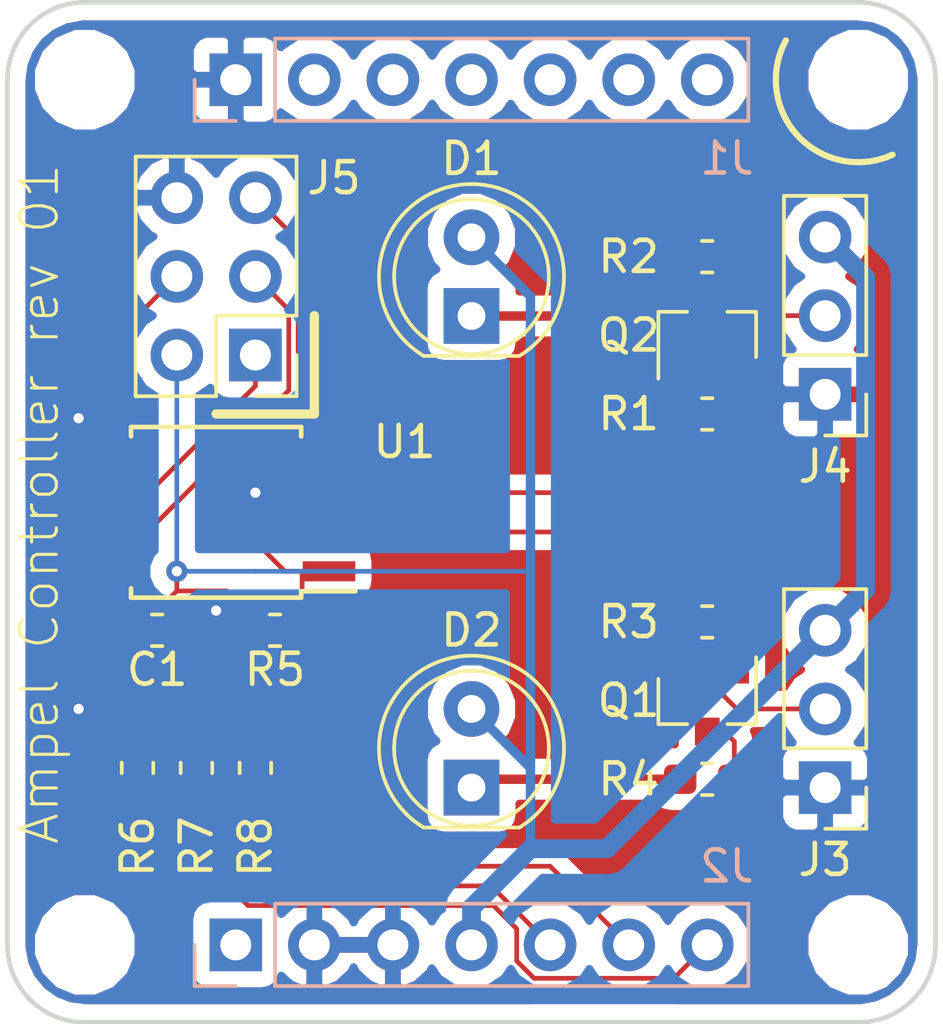
<source format=kicad_pcb>
(kicad_pcb (version 20171130) (host pcbnew 5.0.2+dfsg1-1~bpo9+1)

  (general
    (thickness 1.6)
    (drawings 12)
    (tracks 118)
    (zones 0)
    (modules 23)
    (nets 18)
  )

  (page A4)
  (layers
    (0 F.Cu signal)
    (31 B.Cu signal)
    (32 B.Adhes user)
    (33 F.Adhes user)
    (34 B.Paste user)
    (35 F.Paste user)
    (36 B.SilkS user)
    (37 F.SilkS user)
    (38 B.Mask user)
    (39 F.Mask user)
    (40 Dwgs.User user)
    (41 Cmts.User user)
    (42 Eco1.User user)
    (43 Eco2.User user)
    (44 Edge.Cuts user)
    (45 Margin user)
    (46 B.CrtYd user)
    (47 F.CrtYd user)
    (48 B.Fab user hide)
    (49 F.Fab user hide)
  )

  (setup
    (last_trace_width 0.1524)
    (trace_clearance 0.1524)
    (zone_clearance 0.508)
    (zone_45_only no)
    (trace_min 0.1524)
    (segment_width 0.2)
    (edge_width 0.15)
    (via_size 0.6858)
    (via_drill 0.3302)
    (via_min_size 0.6858)
    (via_min_drill 0.3302)
    (uvia_size 0.3)
    (uvia_drill 0.1)
    (uvias_allowed no)
    (uvia_min_size 0.2)
    (uvia_min_drill 0.1)
    (pcb_text_width 0.3)
    (pcb_text_size 1.5 1.5)
    (mod_edge_width 0.15)
    (mod_text_size 1 1)
    (mod_text_width 0.15)
    (pad_size 1.7 1.7)
    (pad_drill 1)
    (pad_to_mask_clearance 0.051)
    (solder_mask_min_width 0.25)
    (aux_axis_origin 139.065 115.57)
    (grid_origin 139.06 115.58)
    (visible_elements FFFFFF7F)
    (pcbplotparams
      (layerselection 0x010fc_ffffffff)
      (usegerberextensions false)
      (usegerberattributes false)
      (usegerberadvancedattributes false)
      (creategerberjobfile false)
      (excludeedgelayer true)
      (linewidth 0.100000)
      (plotframeref false)
      (viasonmask false)
      (mode 1)
      (useauxorigin false)
      (hpglpennumber 1)
      (hpglpenspeed 20)
      (hpglpendiameter 15.000000)
      (psnegative false)
      (psa4output false)
      (plotreference true)
      (plotvalue true)
      (plotinvisibletext false)
      (padsonsilk false)
      (subtractmaskfromsilk false)
      (outputformat 1)
      (mirror false)
      (drillshape 1)
      (scaleselection 1)
      (outputdirectory ""))
  )

  (net 0 "")
  (net 1 GND)
  (net 2 +5V)
  (net 3 INT_5V)
  (net 4 SCL_5V)
  (net 5 SDA_5V)
  (net 6 "Net-(Q1-Pad1)")
  (net 7 "Net-(Q1-Pad3)")
  (net 8 "Net-(Q2-Pad3)")
  (net 9 "Net-(Q2-Pad1)")
  (net 10 EXT_GN)
  (net 11 "Net-(D1-Pad1)")
  (net 12 EXT_RD)
  (net 13 "Net-(D2-Pad1)")
  (net 14 ISP_RST)
  (net 15 ISP_MOSI)
  (net 16 ISP_SCK)
  (net 17 ISP_MISO)

  (net_class Default "Dies ist die voreingestellte Netzklasse."
    (clearance 0.1524)
    (trace_width 0.1524)
    (via_dia 0.6858)
    (via_drill 0.3302)
    (uvia_dia 0.3)
    (uvia_drill 0.1)
    (add_net +5V)
    (add_net EXT_GN)
    (add_net EXT_RD)
    (add_net GND)
    (add_net INT_5V)
    (add_net ISP_MISO)
    (add_net ISP_MOSI)
    (add_net ISP_RST)
    (add_net ISP_SCK)
    (add_net "Net-(D1-Pad1)")
    (add_net "Net-(D2-Pad1)")
    (add_net "Net-(Q1-Pad1)")
    (add_net "Net-(Q1-Pad3)")
    (add_net "Net-(Q2-Pad1)")
    (add_net "Net-(Q2-Pad3)")
    (add_net SCL_5V)
    (add_net SDA_5V)
  )

  (module Package_TO_SOT_SMD:SOT-23 (layer F.Cu) (tedit 5A02FF57) (tstamp 5C3B1400)
    (at 241.3 124.19 270)
    (descr "SOT-23, Standard")
    (tags SOT-23)
    (path /5C2CA29B)
    (attr smd)
    (fp_text reference Q1 (at 0 2.54) (layer F.SilkS)
      (effects (font (size 1 1) (thickness 0.15)))
    )
    (fp_text value "BC 818-25" (at 0 2.5 270) (layer F.Fab)
      (effects (font (size 1 1) (thickness 0.15)))
    )
    (fp_text user %R (at 0 0) (layer F.Fab)
      (effects (font (size 0.5 0.5) (thickness 0.075)))
    )
    (fp_line (start -0.7 -0.95) (end -0.7 1.5) (layer F.Fab) (width 0.1))
    (fp_line (start -0.15 -1.52) (end 0.7 -1.52) (layer F.Fab) (width 0.1))
    (fp_line (start -0.7 -0.95) (end -0.15 -1.52) (layer F.Fab) (width 0.1))
    (fp_line (start 0.7 -1.52) (end 0.7 1.52) (layer F.Fab) (width 0.1))
    (fp_line (start -0.7 1.52) (end 0.7 1.52) (layer F.Fab) (width 0.1))
    (fp_line (start 0.76 1.58) (end 0.76 0.65) (layer F.SilkS) (width 0.12))
    (fp_line (start 0.76 -1.58) (end 0.76 -0.65) (layer F.SilkS) (width 0.12))
    (fp_line (start -1.7 -1.75) (end 1.7 -1.75) (layer F.CrtYd) (width 0.05))
    (fp_line (start 1.7 -1.75) (end 1.7 1.75) (layer F.CrtYd) (width 0.05))
    (fp_line (start 1.7 1.75) (end -1.7 1.75) (layer F.CrtYd) (width 0.05))
    (fp_line (start -1.7 1.75) (end -1.7 -1.75) (layer F.CrtYd) (width 0.05))
    (fp_line (start 0.76 -1.58) (end -1.4 -1.58) (layer F.SilkS) (width 0.12))
    (fp_line (start 0.76 1.58) (end -0.7 1.58) (layer F.SilkS) (width 0.12))
    (pad 1 smd rect (at -1 -0.95 270) (size 0.9 0.8) (layers F.Cu F.Paste F.Mask)
      (net 6 "Net-(Q1-Pad1)"))
    (pad 2 smd rect (at -1 0.95 270) (size 0.9 0.8) (layers F.Cu F.Paste F.Mask)
      (net 1 GND))
    (pad 3 smd rect (at 1 0 270) (size 0.9 0.8) (layers F.Cu F.Paste F.Mask)
      (net 7 "Net-(Q1-Pad3)"))
    (model ${KISYS3DMOD}/Package_TO_SOT_SMD.3dshapes/SOT-23.wrl
      (at (xyz 0 0 0))
      (scale (xyz 1 1 1))
      (rotate (xyz 0 0 0))
    )
  )

  (module Package_TO_SOT_SMD:SOT-23 (layer F.Cu) (tedit 5A02FF57) (tstamp 5C38478E)
    (at 241.3 112.395 90)
    (descr "SOT-23, Standard")
    (tags SOT-23)
    (path /5C2D256A)
    (attr smd)
    (fp_text reference Q2 (at 0 -2.54 180) (layer F.SilkS)
      (effects (font (size 1 1) (thickness 0.15)))
    )
    (fp_text value "BC 818-25" (at 0 2.5 90) (layer F.Fab)
      (effects (font (size 1 1) (thickness 0.15)))
    )
    (fp_line (start 0.76 1.58) (end -0.7 1.58) (layer F.SilkS) (width 0.12))
    (fp_line (start 0.76 -1.58) (end -1.4 -1.58) (layer F.SilkS) (width 0.12))
    (fp_line (start -1.7 1.75) (end -1.7 -1.75) (layer F.CrtYd) (width 0.05))
    (fp_line (start 1.7 1.75) (end -1.7 1.75) (layer F.CrtYd) (width 0.05))
    (fp_line (start 1.7 -1.75) (end 1.7 1.75) (layer F.CrtYd) (width 0.05))
    (fp_line (start -1.7 -1.75) (end 1.7 -1.75) (layer F.CrtYd) (width 0.05))
    (fp_line (start 0.76 -1.58) (end 0.76 -0.65) (layer F.SilkS) (width 0.12))
    (fp_line (start 0.76 1.58) (end 0.76 0.65) (layer F.SilkS) (width 0.12))
    (fp_line (start -0.7 1.52) (end 0.7 1.52) (layer F.Fab) (width 0.1))
    (fp_line (start 0.7 -1.52) (end 0.7 1.52) (layer F.Fab) (width 0.1))
    (fp_line (start -0.7 -0.95) (end -0.15 -1.52) (layer F.Fab) (width 0.1))
    (fp_line (start -0.15 -1.52) (end 0.7 -1.52) (layer F.Fab) (width 0.1))
    (fp_line (start -0.7 -0.95) (end -0.7 1.5) (layer F.Fab) (width 0.1))
    (fp_text user %R (at 0 0 180) (layer F.Fab)
      (effects (font (size 0.5 0.5) (thickness 0.075)))
    )
    (pad 3 smd rect (at 1 0 90) (size 0.9 0.8) (layers F.Cu F.Paste F.Mask)
      (net 8 "Net-(Q2-Pad3)"))
    (pad 2 smd rect (at -1 0.95 90) (size 0.9 0.8) (layers F.Cu F.Paste F.Mask)
      (net 1 GND))
    (pad 1 smd rect (at -1 -0.95 90) (size 0.9 0.8) (layers F.Cu F.Paste F.Mask)
      (net 9 "Net-(Q2-Pad1)"))
    (model ${KISYS3DMOD}/Package_TO_SOT_SMD.3dshapes/SOT-23.wrl
      (at (xyz 0 0 0))
      (scale (xyz 1 1 1))
      (rotate (xyz 0 0 0))
    )
  )

  (module Resistor_SMD:R_0603_1608Metric_Pad1.05x0.95mm_HandSolder (layer F.Cu) (tedit 5B301BBD) (tstamp 5C38479F)
    (at 241.3 114.935)
    (descr "Resistor SMD 0603 (1608 Metric), square (rectangular) end terminal, IPC_7351 nominal with elongated pad for handsoldering. (Body size source: http://www.tortai-tech.com/upload/download/2011102023233369053.pdf), generated with kicad-footprint-generator")
    (tags "resistor handsolder")
    (path /5C2D2580)
    (attr smd)
    (fp_text reference R1 (at -2.54 0) (layer F.SilkS)
      (effects (font (size 1 1) (thickness 0.15)))
    )
    (fp_text value 330R (at 0 1.43) (layer F.Fab)
      (effects (font (size 1 1) (thickness 0.15)))
    )
    (fp_line (start -0.8 0.4) (end -0.8 -0.4) (layer F.Fab) (width 0.1))
    (fp_line (start -0.8 -0.4) (end 0.8 -0.4) (layer F.Fab) (width 0.1))
    (fp_line (start 0.8 -0.4) (end 0.8 0.4) (layer F.Fab) (width 0.1))
    (fp_line (start 0.8 0.4) (end -0.8 0.4) (layer F.Fab) (width 0.1))
    (fp_line (start -0.171267 -0.51) (end 0.171267 -0.51) (layer F.SilkS) (width 0.12))
    (fp_line (start -0.171267 0.51) (end 0.171267 0.51) (layer F.SilkS) (width 0.12))
    (fp_line (start -1.65 0.73) (end -1.65 -0.73) (layer F.CrtYd) (width 0.05))
    (fp_line (start -1.65 -0.73) (end 1.65 -0.73) (layer F.CrtYd) (width 0.05))
    (fp_line (start 1.65 -0.73) (end 1.65 0.73) (layer F.CrtYd) (width 0.05))
    (fp_line (start 1.65 0.73) (end -1.65 0.73) (layer F.CrtYd) (width 0.05))
    (fp_text user %R (at 0 0) (layer F.Fab)
      (effects (font (size 0.4 0.4) (thickness 0.06)))
    )
    (pad 1 smd roundrect (at -0.875 0) (size 1.05 0.95) (layers F.Cu F.Paste F.Mask) (roundrect_rratio 0.25)
      (net 9 "Net-(Q2-Pad1)"))
    (pad 2 smd roundrect (at 0.875 0) (size 1.05 0.95) (layers F.Cu F.Paste F.Mask) (roundrect_rratio 0.25)
      (net 12 EXT_RD))
    (model ${KISYS3DMOD}/Resistor_SMD.3dshapes/R_0603_1608Metric.wrl
      (at (xyz 0 0 0))
      (scale (xyz 1 1 1))
      (rotate (xyz 0 0 0))
    )
  )

  (module Resistor_SMD:R_0603_1608Metric_Pad1.05x0.95mm_HandSolder (layer F.Cu) (tedit 5B301BBD) (tstamp 5C3AEAFE)
    (at 241.3 109.855)
    (descr "Resistor SMD 0603 (1608 Metric), square (rectangular) end terminal, IPC_7351 nominal with elongated pad for handsoldering. (Body size source: http://www.tortai-tech.com/upload/download/2011102023233369053.pdf), generated with kicad-footprint-generator")
    (tags "resistor handsolder")
    (path /5C2D2579)
    (attr smd)
    (fp_text reference R2 (at -2.54 0) (layer F.SilkS)
      (effects (font (size 1 1) (thickness 0.15)))
    )
    (fp_text value 100R (at 0 1.43) (layer F.Fab)
      (effects (font (size 1 1) (thickness 0.15)))
    )
    (fp_text user %R (at 0 0) (layer F.Fab)
      (effects (font (size 0.4 0.4) (thickness 0.06)))
    )
    (fp_line (start 1.65 0.73) (end -1.65 0.73) (layer F.CrtYd) (width 0.05))
    (fp_line (start 1.65 -0.73) (end 1.65 0.73) (layer F.CrtYd) (width 0.05))
    (fp_line (start -1.65 -0.73) (end 1.65 -0.73) (layer F.CrtYd) (width 0.05))
    (fp_line (start -1.65 0.73) (end -1.65 -0.73) (layer F.CrtYd) (width 0.05))
    (fp_line (start -0.171267 0.51) (end 0.171267 0.51) (layer F.SilkS) (width 0.12))
    (fp_line (start -0.171267 -0.51) (end 0.171267 -0.51) (layer F.SilkS) (width 0.12))
    (fp_line (start 0.8 0.4) (end -0.8 0.4) (layer F.Fab) (width 0.1))
    (fp_line (start 0.8 -0.4) (end 0.8 0.4) (layer F.Fab) (width 0.1))
    (fp_line (start -0.8 -0.4) (end 0.8 -0.4) (layer F.Fab) (width 0.1))
    (fp_line (start -0.8 0.4) (end -0.8 -0.4) (layer F.Fab) (width 0.1))
    (pad 2 smd roundrect (at 0.875 0) (size 1.05 0.95) (layers F.Cu F.Paste F.Mask) (roundrect_rratio 0.25)
      (net 8 "Net-(Q2-Pad3)"))
    (pad 1 smd roundrect (at -0.875 0) (size 1.05 0.95) (layers F.Cu F.Paste F.Mask) (roundrect_rratio 0.25)
      (net 11 "Net-(D1-Pad1)"))
    (model ${KISYS3DMOD}/Resistor_SMD.3dshapes/R_0603_1608Metric.wrl
      (at (xyz 0 0 0))
      (scale (xyz 1 1 1))
      (rotate (xyz 0 0 0))
    )
  )

  (module Resistor_SMD:R_0603_1608Metric_Pad1.05x0.95mm_HandSolder (layer F.Cu) (tedit 5B301BBD) (tstamp 5C3B1438)
    (at 241.3 121.65 180)
    (descr "Resistor SMD 0603 (1608 Metric), square (rectangular) end terminal, IPC_7351 nominal with elongated pad for handsoldering. (Body size source: http://www.tortai-tech.com/upload/download/2011102023233369053.pdf), generated with kicad-footprint-generator")
    (tags "resistor handsolder")
    (path /5C2CA3F0)
    (attr smd)
    (fp_text reference R3 (at 2.54 0 180) (layer F.SilkS)
      (effects (font (size 1 1) (thickness 0.15)))
    )
    (fp_text value 330R (at 0 1.43 180) (layer F.Fab)
      (effects (font (size 1 1) (thickness 0.15)))
    )
    (fp_text user %R (at 0 0 180) (layer F.Fab)
      (effects (font (size 0.4 0.4) (thickness 0.06)))
    )
    (fp_line (start 1.65 0.73) (end -1.65 0.73) (layer F.CrtYd) (width 0.05))
    (fp_line (start 1.65 -0.73) (end 1.65 0.73) (layer F.CrtYd) (width 0.05))
    (fp_line (start -1.65 -0.73) (end 1.65 -0.73) (layer F.CrtYd) (width 0.05))
    (fp_line (start -1.65 0.73) (end -1.65 -0.73) (layer F.CrtYd) (width 0.05))
    (fp_line (start -0.171267 0.51) (end 0.171267 0.51) (layer F.SilkS) (width 0.12))
    (fp_line (start -0.171267 -0.51) (end 0.171267 -0.51) (layer F.SilkS) (width 0.12))
    (fp_line (start 0.8 0.4) (end -0.8 0.4) (layer F.Fab) (width 0.1))
    (fp_line (start 0.8 -0.4) (end 0.8 0.4) (layer F.Fab) (width 0.1))
    (fp_line (start -0.8 -0.4) (end 0.8 -0.4) (layer F.Fab) (width 0.1))
    (fp_line (start -0.8 0.4) (end -0.8 -0.4) (layer F.Fab) (width 0.1))
    (pad 2 smd roundrect (at 0.875 0 180) (size 1.05 0.95) (layers F.Cu F.Paste F.Mask) (roundrect_rratio 0.25)
      (net 10 EXT_GN))
    (pad 1 smd roundrect (at -0.875 0 180) (size 1.05 0.95) (layers F.Cu F.Paste F.Mask) (roundrect_rratio 0.25)
      (net 6 "Net-(Q1-Pad1)"))
    (model ${KISYS3DMOD}/Resistor_SMD.3dshapes/R_0603_1608Metric.wrl
      (at (xyz 0 0 0))
      (scale (xyz 1 1 1))
      (rotate (xyz 0 0 0))
    )
  )

  (module Resistor_SMD:R_0603_1608Metric_Pad1.05x0.95mm_HandSolder (layer F.Cu) (tedit 5B301BBD) (tstamp 5C3B13C0)
    (at 241.3 126.73)
    (descr "Resistor SMD 0603 (1608 Metric), square (rectangular) end terminal, IPC_7351 nominal with elongated pad for handsoldering. (Body size source: http://www.tortai-tech.com/upload/download/2011102023233369053.pdf), generated with kicad-footprint-generator")
    (tags "resistor handsolder")
    (path /5C2CA293)
    (attr smd)
    (fp_text reference R4 (at -2.54 0) (layer F.SilkS)
      (effects (font (size 1 1) (thickness 0.15)))
    )
    (fp_text value 100R (at 0 1.43) (layer F.Fab)
      (effects (font (size 1 1) (thickness 0.15)))
    )
    (fp_line (start -0.8 0.4) (end -0.8 -0.4) (layer F.Fab) (width 0.1))
    (fp_line (start -0.8 -0.4) (end 0.8 -0.4) (layer F.Fab) (width 0.1))
    (fp_line (start 0.8 -0.4) (end 0.8 0.4) (layer F.Fab) (width 0.1))
    (fp_line (start 0.8 0.4) (end -0.8 0.4) (layer F.Fab) (width 0.1))
    (fp_line (start -0.171267 -0.51) (end 0.171267 -0.51) (layer F.SilkS) (width 0.12))
    (fp_line (start -0.171267 0.51) (end 0.171267 0.51) (layer F.SilkS) (width 0.12))
    (fp_line (start -1.65 0.73) (end -1.65 -0.73) (layer F.CrtYd) (width 0.05))
    (fp_line (start -1.65 -0.73) (end 1.65 -0.73) (layer F.CrtYd) (width 0.05))
    (fp_line (start 1.65 -0.73) (end 1.65 0.73) (layer F.CrtYd) (width 0.05))
    (fp_line (start 1.65 0.73) (end -1.65 0.73) (layer F.CrtYd) (width 0.05))
    (fp_text user %R (at 0 0) (layer F.Fab)
      (effects (font (size 0.4 0.4) (thickness 0.06)))
    )
    (pad 1 smd roundrect (at -0.875 0) (size 1.05 0.95) (layers F.Cu F.Paste F.Mask) (roundrect_rratio 0.25)
      (net 13 "Net-(D2-Pad1)"))
    (pad 2 smd roundrect (at 0.875 0) (size 1.05 0.95) (layers F.Cu F.Paste F.Mask) (roundrect_rratio 0.25)
      (net 7 "Net-(Q1-Pad3)"))
    (model ${KISYS3DMOD}/Resistor_SMD.3dshapes/R_0603_1608Metric.wrl
      (at (xyz 0 0 0))
      (scale (xyz 1 1 1))
      (rotate (xyz 0 0 0))
    )
  )

  (module Resistor_SMD:R_0603_1608Metric_Pad1.05x0.95mm_HandSolder (layer F.Cu) (tedit 5B301BBD) (tstamp 5C398986)
    (at 227.33 121.92)
    (descr "Resistor SMD 0603 (1608 Metric), square (rectangular) end terminal, IPC_7351 nominal with elongated pad for handsoldering. (Body size source: http://www.tortai-tech.com/upload/download/2011102023233369053.pdf), generated with kicad-footprint-generator")
    (tags "resistor handsolder")
    (path /5C2BF4BB)
    (attr smd)
    (fp_text reference R5 (at 0 1.27) (layer F.SilkS)
      (effects (font (size 1 1) (thickness 0.15)))
    )
    (fp_text value 10K (at 0 1.43) (layer F.Fab)
      (effects (font (size 1 1) (thickness 0.15)))
    )
    (fp_text user %R (at 0 0) (layer F.Fab)
      (effects (font (size 0.4 0.4) (thickness 0.06)))
    )
    (fp_line (start 1.65 0.73) (end -1.65 0.73) (layer F.CrtYd) (width 0.05))
    (fp_line (start 1.65 -0.73) (end 1.65 0.73) (layer F.CrtYd) (width 0.05))
    (fp_line (start -1.65 -0.73) (end 1.65 -0.73) (layer F.CrtYd) (width 0.05))
    (fp_line (start -1.65 0.73) (end -1.65 -0.73) (layer F.CrtYd) (width 0.05))
    (fp_line (start -0.171267 0.51) (end 0.171267 0.51) (layer F.SilkS) (width 0.12))
    (fp_line (start -0.171267 -0.51) (end 0.171267 -0.51) (layer F.SilkS) (width 0.12))
    (fp_line (start 0.8 0.4) (end -0.8 0.4) (layer F.Fab) (width 0.1))
    (fp_line (start 0.8 -0.4) (end 0.8 0.4) (layer F.Fab) (width 0.1))
    (fp_line (start -0.8 -0.4) (end 0.8 -0.4) (layer F.Fab) (width 0.1))
    (fp_line (start -0.8 0.4) (end -0.8 -0.4) (layer F.Fab) (width 0.1))
    (pad 2 smd roundrect (at 0.875 0) (size 1.05 0.95) (layers F.Cu F.Paste F.Mask) (roundrect_rratio 0.25)
      (net 14 ISP_RST))
    (pad 1 smd roundrect (at -0.875 0) (size 1.05 0.95) (layers F.Cu F.Paste F.Mask) (roundrect_rratio 0.25)
      (net 2 +5V))
    (model ${KISYS3DMOD}/Resistor_SMD.3dshapes/R_0603_1608Metric.wrl
      (at (xyz 0 0 0))
      (scale (xyz 1 1 1))
      (rotate (xyz 0 0 0))
    )
  )

  (module Resistor_SMD:R_0603_1608Metric_Pad1.05x0.95mm_HandSolder (layer F.Cu) (tedit 5B301BBD) (tstamp 5C398592)
    (at 222.885 126.365 90)
    (descr "Resistor SMD 0603 (1608 Metric), square (rectangular) end terminal, IPC_7351 nominal with elongated pad for handsoldering. (Body size source: http://www.tortai-tech.com/upload/download/2011102023233369053.pdf), generated with kicad-footprint-generator")
    (tags "resistor handsolder")
    (path /5C2E6415)
    (attr smd)
    (fp_text reference R6 (at -2.54 0 90) (layer F.SilkS)
      (effects (font (size 1 1) (thickness 0.15)))
    )
    (fp_text value 10R (at 0 1.43 90) (layer F.Fab)
      (effects (font (size 1 1) (thickness 0.15)))
    )
    (fp_text user %R (at 0 0 90) (layer F.Fab)
      (effects (font (size 0.4 0.4) (thickness 0.06)))
    )
    (fp_line (start 1.65 0.73) (end -1.65 0.73) (layer F.CrtYd) (width 0.05))
    (fp_line (start 1.65 -0.73) (end 1.65 0.73) (layer F.CrtYd) (width 0.05))
    (fp_line (start -1.65 -0.73) (end 1.65 -0.73) (layer F.CrtYd) (width 0.05))
    (fp_line (start -1.65 0.73) (end -1.65 -0.73) (layer F.CrtYd) (width 0.05))
    (fp_line (start -0.171267 0.51) (end 0.171267 0.51) (layer F.SilkS) (width 0.12))
    (fp_line (start -0.171267 -0.51) (end 0.171267 -0.51) (layer F.SilkS) (width 0.12))
    (fp_line (start 0.8 0.4) (end -0.8 0.4) (layer F.Fab) (width 0.1))
    (fp_line (start 0.8 -0.4) (end 0.8 0.4) (layer F.Fab) (width 0.1))
    (fp_line (start -0.8 -0.4) (end 0.8 -0.4) (layer F.Fab) (width 0.1))
    (fp_line (start -0.8 0.4) (end -0.8 -0.4) (layer F.Fab) (width 0.1))
    (pad 2 smd roundrect (at 0.875 0 90) (size 1.05 0.95) (layers F.Cu F.Paste F.Mask) (roundrect_rratio 0.25)
      (net 15 ISP_MOSI))
    (pad 1 smd roundrect (at -0.875 0 90) (size 1.05 0.95) (layers F.Cu F.Paste F.Mask) (roundrect_rratio 0.25)
      (net 5 SDA_5V))
    (model ${KISYS3DMOD}/Resistor_SMD.3dshapes/R_0603_1608Metric.wrl
      (at (xyz 0 0 0))
      (scale (xyz 1 1 1))
      (rotate (xyz 0 0 0))
    )
  )

  (module Resistor_SMD:R_0603_1608Metric_Pad1.05x0.95mm_HandSolder (layer F.Cu) (tedit 5B301BBD) (tstamp 5C384805)
    (at 224.79 126.365 90)
    (descr "Resistor SMD 0603 (1608 Metric), square (rectangular) end terminal, IPC_7351 nominal with elongated pad for handsoldering. (Body size source: http://www.tortai-tech.com/upload/download/2011102023233369053.pdf), generated with kicad-footprint-generator")
    (tags "resistor handsolder")
    (path /5C2E9A00)
    (attr smd)
    (fp_text reference R7 (at -2.54 0 90) (layer F.SilkS)
      (effects (font (size 1 1) (thickness 0.15)))
    )
    (fp_text value 10R (at 0 1.43 90) (layer F.Fab)
      (effects (font (size 1 1) (thickness 0.15)))
    )
    (fp_line (start -0.8 0.4) (end -0.8 -0.4) (layer F.Fab) (width 0.1))
    (fp_line (start -0.8 -0.4) (end 0.8 -0.4) (layer F.Fab) (width 0.1))
    (fp_line (start 0.8 -0.4) (end 0.8 0.4) (layer F.Fab) (width 0.1))
    (fp_line (start 0.8 0.4) (end -0.8 0.4) (layer F.Fab) (width 0.1))
    (fp_line (start -0.171267 -0.51) (end 0.171267 -0.51) (layer F.SilkS) (width 0.12))
    (fp_line (start -0.171267 0.51) (end 0.171267 0.51) (layer F.SilkS) (width 0.12))
    (fp_line (start -1.65 0.73) (end -1.65 -0.73) (layer F.CrtYd) (width 0.05))
    (fp_line (start -1.65 -0.73) (end 1.65 -0.73) (layer F.CrtYd) (width 0.05))
    (fp_line (start 1.65 -0.73) (end 1.65 0.73) (layer F.CrtYd) (width 0.05))
    (fp_line (start 1.65 0.73) (end -1.65 0.73) (layer F.CrtYd) (width 0.05))
    (fp_text user %R (at 0 0 90) (layer F.Fab)
      (effects (font (size 0.4 0.4) (thickness 0.06)))
    )
    (pad 1 smd roundrect (at -0.875 0 90) (size 1.05 0.95) (layers F.Cu F.Paste F.Mask) (roundrect_rratio 0.25)
      (net 3 INT_5V))
    (pad 2 smd roundrect (at 0.875 0 90) (size 1.05 0.95) (layers F.Cu F.Paste F.Mask) (roundrect_rratio 0.25)
      (net 17 ISP_MISO))
    (model ${KISYS3DMOD}/Resistor_SMD.3dshapes/R_0603_1608Metric.wrl
      (at (xyz 0 0 0))
      (scale (xyz 1 1 1))
      (rotate (xyz 0 0 0))
    )
  )

  (module Resistor_SMD:R_0603_1608Metric_Pad1.05x0.95mm_HandSolder (layer F.Cu) (tedit 5B301BBD) (tstamp 5C384816)
    (at 226.695 126.365 90)
    (descr "Resistor SMD 0603 (1608 Metric), square (rectangular) end terminal, IPC_7351 nominal with elongated pad for handsoldering. (Body size source: http://www.tortai-tech.com/upload/download/2011102023233369053.pdf), generated with kicad-footprint-generator")
    (tags "resistor handsolder")
    (path /5C2E9A38)
    (attr smd)
    (fp_text reference R8 (at -2.54 0 90) (layer F.SilkS)
      (effects (font (size 1 1) (thickness 0.15)))
    )
    (fp_text value 10R (at 0 1.43 90) (layer F.Fab)
      (effects (font (size 1 1) (thickness 0.15)))
    )
    (fp_line (start -0.8 0.4) (end -0.8 -0.4) (layer F.Fab) (width 0.1))
    (fp_line (start -0.8 -0.4) (end 0.8 -0.4) (layer F.Fab) (width 0.1))
    (fp_line (start 0.8 -0.4) (end 0.8 0.4) (layer F.Fab) (width 0.1))
    (fp_line (start 0.8 0.4) (end -0.8 0.4) (layer F.Fab) (width 0.1))
    (fp_line (start -0.171267 -0.51) (end 0.171267 -0.51) (layer F.SilkS) (width 0.12))
    (fp_line (start -0.171267 0.51) (end 0.171267 0.51) (layer F.SilkS) (width 0.12))
    (fp_line (start -1.65 0.73) (end -1.65 -0.73) (layer F.CrtYd) (width 0.05))
    (fp_line (start -1.65 -0.73) (end 1.65 -0.73) (layer F.CrtYd) (width 0.05))
    (fp_line (start 1.65 -0.73) (end 1.65 0.73) (layer F.CrtYd) (width 0.05))
    (fp_line (start 1.65 0.73) (end -1.65 0.73) (layer F.CrtYd) (width 0.05))
    (fp_text user %R (at 0 0 90) (layer F.Fab)
      (effects (font (size 0.4 0.4) (thickness 0.06)))
    )
    (pad 1 smd roundrect (at -0.875 0 90) (size 1.05 0.95) (layers F.Cu F.Paste F.Mask) (roundrect_rratio 0.25)
      (net 4 SCL_5V))
    (pad 2 smd roundrect (at 0.875 0 90) (size 1.05 0.95) (layers F.Cu F.Paste F.Mask) (roundrect_rratio 0.25)
      (net 16 ISP_SCK))
    (model ${KISYS3DMOD}/Resistor_SMD.3dshapes/R_0603_1608Metric.wrl
      (at (xyz 0 0 0))
      (scale (xyz 1 1 1))
      (rotate (xyz 0 0 0))
    )
  )

  (module Connector_PinHeader_2.54mm:PinHeader_1x03_P2.54mm_Vertical (layer F.Cu) (tedit 59FED5CC) (tstamp 5C3B0BA9)
    (at 245.11 127 180)
    (descr "Through hole straight pin header, 1x03, 2.54mm pitch, single row")
    (tags "Through hole pin header THT 1x03 2.54mm single row")
    (path /5C28E27D)
    (fp_text reference J3 (at 0 -2.33 180) (layer F.SilkS)
      (effects (font (size 1 1) (thickness 0.15)))
    )
    (fp_text value Conn_01x03_Male (at 0 7.41 180) (layer F.Fab)
      (effects (font (size 1 1) (thickness 0.15)))
    )
    (fp_line (start -0.635 -1.27) (end 1.27 -1.27) (layer F.Fab) (width 0.1))
    (fp_line (start 1.27 -1.27) (end 1.27 6.35) (layer F.Fab) (width 0.1))
    (fp_line (start 1.27 6.35) (end -1.27 6.35) (layer F.Fab) (width 0.1))
    (fp_line (start -1.27 6.35) (end -1.27 -0.635) (layer F.Fab) (width 0.1))
    (fp_line (start -1.27 -0.635) (end -0.635 -1.27) (layer F.Fab) (width 0.1))
    (fp_line (start -1.33 6.41) (end 1.33 6.41) (layer F.SilkS) (width 0.12))
    (fp_line (start -1.33 1.27) (end -1.33 6.41) (layer F.SilkS) (width 0.12))
    (fp_line (start 1.33 1.27) (end 1.33 6.41) (layer F.SilkS) (width 0.12))
    (fp_line (start -1.33 1.27) (end 1.33 1.27) (layer F.SilkS) (width 0.12))
    (fp_line (start -1.33 0) (end -1.33 -1.33) (layer F.SilkS) (width 0.12))
    (fp_line (start -1.33 -1.33) (end 0 -1.33) (layer F.SilkS) (width 0.12))
    (fp_line (start -1.8 -1.8) (end -1.8 6.85) (layer F.CrtYd) (width 0.05))
    (fp_line (start -1.8 6.85) (end 1.8 6.85) (layer F.CrtYd) (width 0.05))
    (fp_line (start 1.8 6.85) (end 1.8 -1.8) (layer F.CrtYd) (width 0.05))
    (fp_line (start 1.8 -1.8) (end -1.8 -1.8) (layer F.CrtYd) (width 0.05))
    (fp_text user %R (at 0 2.54 270) (layer F.Fab)
      (effects (font (size 1 1) (thickness 0.15)))
    )
    (pad 1 thru_hole rect (at 0 0 180) (size 1.7 1.7) (drill 1) (layers *.Cu *.Mask)
      (net 1 GND))
    (pad 2 thru_hole oval (at 0 2.54 180) (size 1.7 1.7) (drill 1) (layers *.Cu *.Mask)
      (net 10 EXT_GN))
    (pad 3 thru_hole oval (at 0 5.08 180) (size 1.7 1.7) (drill 1) (layers *.Cu *.Mask)
      (net 2 +5V))
    (model ${KISYS3DMOD}/Connector_PinHeader_2.54mm.3dshapes/PinHeader_1x03_P2.54mm_Vertical.wrl
      (at (xyz 0 0 0))
      (scale (xyz 1 1 1))
      (rotate (xyz 0 0 0))
    )
  )

  (module Connector_PinHeader_2.54mm:PinHeader_1x03_P2.54mm_Vertical (layer F.Cu) (tedit 59FED5CC) (tstamp 5C3B0A5C)
    (at 245.11 114.3 180)
    (descr "Through hole straight pin header, 1x03, 2.54mm pitch, single row")
    (tags "Through hole pin header THT 1x03 2.54mm single row")
    (path /5C28DE0B)
    (fp_text reference J4 (at 0 -2.33 180) (layer F.SilkS)
      (effects (font (size 1 1) (thickness 0.15)))
    )
    (fp_text value Conn_01x03_Male (at 0 7.41 180) (layer F.Fab)
      (effects (font (size 1 1) (thickness 0.15)))
    )
    (fp_text user %R (at 0 2.54 270) (layer F.Fab)
      (effects (font (size 1 1) (thickness 0.15)))
    )
    (fp_line (start 1.8 -1.8) (end -1.8 -1.8) (layer F.CrtYd) (width 0.05))
    (fp_line (start 1.8 6.85) (end 1.8 -1.8) (layer F.CrtYd) (width 0.05))
    (fp_line (start -1.8 6.85) (end 1.8 6.85) (layer F.CrtYd) (width 0.05))
    (fp_line (start -1.8 -1.8) (end -1.8 6.85) (layer F.CrtYd) (width 0.05))
    (fp_line (start -1.33 -1.33) (end 0 -1.33) (layer F.SilkS) (width 0.12))
    (fp_line (start -1.33 0) (end -1.33 -1.33) (layer F.SilkS) (width 0.12))
    (fp_line (start -1.33 1.27) (end 1.33 1.27) (layer F.SilkS) (width 0.12))
    (fp_line (start 1.33 1.27) (end 1.33 6.41) (layer F.SilkS) (width 0.12))
    (fp_line (start -1.33 1.27) (end -1.33 6.41) (layer F.SilkS) (width 0.12))
    (fp_line (start -1.33 6.41) (end 1.33 6.41) (layer F.SilkS) (width 0.12))
    (fp_line (start -1.27 -0.635) (end -0.635 -1.27) (layer F.Fab) (width 0.1))
    (fp_line (start -1.27 6.35) (end -1.27 -0.635) (layer F.Fab) (width 0.1))
    (fp_line (start 1.27 6.35) (end -1.27 6.35) (layer F.Fab) (width 0.1))
    (fp_line (start 1.27 -1.27) (end 1.27 6.35) (layer F.Fab) (width 0.1))
    (fp_line (start -0.635 -1.27) (end 1.27 -1.27) (layer F.Fab) (width 0.1))
    (pad 3 thru_hole oval (at 0 5.08 180) (size 1.7 1.7) (drill 1) (layers *.Cu *.Mask)
      (net 2 +5V))
    (pad 2 thru_hole oval (at 0 2.54 180) (size 1.7 1.7) (drill 1) (layers *.Cu *.Mask)
      (net 12 EXT_RD))
    (pad 1 thru_hole rect (at 0 0 180) (size 1.7 1.7) (drill 1) (layers *.Cu *.Mask)
      (net 1 GND))
    (model ${KISYS3DMOD}/Connector_PinHeader_2.54mm.3dshapes/PinHeader_1x03_P2.54mm_Vertical.wrl
      (at (xyz 0 0 0))
      (scale (xyz 1 1 1))
      (rotate (xyz 0 0 0))
    )
  )

  (module Connector_PinHeader_2.54mm:PinHeader_2x03_P2.54mm_Vertical (layer F.Cu) (tedit 59FED5CC) (tstamp 5C391595)
    (at 226.695 113.03 180)
    (descr "Through hole straight pin header, 2x03, 2.54mm pitch, double rows")
    (tags "Through hole pin header THT 2x03 2.54mm double row")
    (path /5C2BBFFA)
    (fp_text reference J5 (at -2.54 5.715 180) (layer F.SilkS)
      (effects (font (size 1 1) (thickness 0.15)))
    )
    (fp_text value AVR-ISP-6 (at 1.27 7.41 180) (layer F.Fab)
      (effects (font (size 1 1) (thickness 0.15)))
    )
    (fp_line (start 0 -1.27) (end 3.81 -1.27) (layer F.Fab) (width 0.1))
    (fp_line (start 3.81 -1.27) (end 3.81 6.35) (layer F.Fab) (width 0.1))
    (fp_line (start 3.81 6.35) (end -1.27 6.35) (layer F.Fab) (width 0.1))
    (fp_line (start -1.27 6.35) (end -1.27 0) (layer F.Fab) (width 0.1))
    (fp_line (start -1.27 0) (end 0 -1.27) (layer F.Fab) (width 0.1))
    (fp_line (start -1.33 6.41) (end 3.87 6.41) (layer F.SilkS) (width 0.12))
    (fp_line (start -1.33 1.27) (end -1.33 6.41) (layer F.SilkS) (width 0.12))
    (fp_line (start 3.87 -1.33) (end 3.87 6.41) (layer F.SilkS) (width 0.12))
    (fp_line (start -1.33 1.27) (end 1.27 1.27) (layer F.SilkS) (width 0.12))
    (fp_line (start 1.27 1.27) (end 1.27 -1.33) (layer F.SilkS) (width 0.12))
    (fp_line (start 1.27 -1.33) (end 3.87 -1.33) (layer F.SilkS) (width 0.12))
    (fp_line (start -1.33 0) (end -1.33 -1.33) (layer F.SilkS) (width 0.12))
    (fp_line (start -1.33 -1.33) (end 0 -1.33) (layer F.SilkS) (width 0.12))
    (fp_line (start -1.8 -1.8) (end -1.8 6.85) (layer F.CrtYd) (width 0.05))
    (fp_line (start -1.8 6.85) (end 4.35 6.85) (layer F.CrtYd) (width 0.05))
    (fp_line (start 4.35 6.85) (end 4.35 -1.8) (layer F.CrtYd) (width 0.05))
    (fp_line (start 4.35 -1.8) (end -1.8 -1.8) (layer F.CrtYd) (width 0.05))
    (fp_text user %R (at 1.27 2.54 -90) (layer F.Fab)
      (effects (font (size 1 1) (thickness 0.15)))
    )
    (pad 1 thru_hole rect (at 0 0 180) (size 1.7 1.7) (drill 1) (layers *.Cu *.Mask)
      (net 17 ISP_MISO))
    (pad 2 thru_hole oval (at 2.54 0 180) (size 1.7 1.7) (drill 1) (layers *.Cu *.Mask)
      (net 2 +5V))
    (pad 3 thru_hole oval (at 0 2.54 180) (size 1.7 1.7) (drill 1) (layers *.Cu *.Mask)
      (net 16 ISP_SCK))
    (pad 4 thru_hole oval (at 2.54 2.54 180) (size 1.7 1.7) (drill 1) (layers *.Cu *.Mask)
      (net 15 ISP_MOSI))
    (pad 5 thru_hole oval (at 0 5.08 180) (size 1.7 1.7) (drill 1) (layers *.Cu *.Mask)
      (net 14 ISP_RST))
    (pad 6 thru_hole oval (at 2.54 5.08 180) (size 1.7 1.7) (drill 1) (layers *.Cu *.Mask)
      (net 1 GND))
    (model ${KISYS3DMOD}/Connector_PinHeader_2.54mm.3dshapes/PinHeader_2x03_P2.54mm_Vertical.wrl
      (at (xyz 0 0 0))
      (scale (xyz 1 1 1))
      (rotate (xyz 0 0 0))
    )
  )

  (module LED_THT:LED_D5.0mm (layer F.Cu) (tedit 5995936A) (tstamp 5C3B01F5)
    (at 233.68 111.77 90)
    (descr "LED, diameter 5.0mm, 2 pins, http://cdn-reichelt.de/documents/datenblatt/A500/LL-504BC2E-009.pdf")
    (tags "LED diameter 5.0mm 2 pins")
    (path /5C2D2572)
    (fp_text reference D1 (at 5.08 0 180) (layer F.SilkS)
      (effects (font (size 1 1) (thickness 0.15)))
    )
    (fp_text value rd (at 1.27 3.96 90) (layer F.Fab)
      (effects (font (size 1 1) (thickness 0.15)))
    )
    (fp_text user %R (at 1.25 0 90) (layer F.Fab)
      (effects (font (size 0.8 0.8) (thickness 0.2)))
    )
    (fp_line (start 4.5 -3.25) (end -1.95 -3.25) (layer F.CrtYd) (width 0.05))
    (fp_line (start 4.5 3.25) (end 4.5 -3.25) (layer F.CrtYd) (width 0.05))
    (fp_line (start -1.95 3.25) (end 4.5 3.25) (layer F.CrtYd) (width 0.05))
    (fp_line (start -1.95 -3.25) (end -1.95 3.25) (layer F.CrtYd) (width 0.05))
    (fp_line (start -1.29 -1.545) (end -1.29 1.545) (layer F.SilkS) (width 0.12))
    (fp_line (start -1.23 -1.469694) (end -1.23 1.469694) (layer F.Fab) (width 0.1))
    (fp_circle (center 1.27 0) (end 3.77 0) (layer F.SilkS) (width 0.12))
    (fp_circle (center 1.27 0) (end 3.77 0) (layer F.Fab) (width 0.1))
    (fp_arc (start 1.27 0) (end -1.29 1.54483) (angle -148.9) (layer F.SilkS) (width 0.12))
    (fp_arc (start 1.27 0) (end -1.29 -1.54483) (angle 148.9) (layer F.SilkS) (width 0.12))
    (fp_arc (start 1.27 0) (end -1.23 -1.469694) (angle 299.1) (layer F.Fab) (width 0.1))
    (pad 2 thru_hole circle (at 2.54 0 90) (size 1.8 1.8) (drill 0.9) (layers *.Cu *.Mask)
      (net 2 +5V))
    (pad 1 thru_hole rect (at 0 0 90) (size 1.8 1.8) (drill 0.9) (layers *.Cu *.Mask)
      (net 11 "Net-(D1-Pad1)"))
    (model ${KISYS3DMOD}/LED_THT.3dshapes/LED_D5.0mm.wrl
      (at (xyz 0 0 0))
      (scale (xyz 1 1 1))
      (rotate (xyz 0 0 0))
    )
  )

  (module LED_THT:LED_D5.0mm (layer F.Cu) (tedit 5995936A) (tstamp 5C392616)
    (at 233.68 127 90)
    (descr "LED, diameter 5.0mm, 2 pins, http://cdn-reichelt.de/documents/datenblatt/A500/LL-504BC2E-009.pdf")
    (tags "LED diameter 5.0mm 2 pins")
    (path /5C2CA100)
    (fp_text reference D2 (at 5.08 0 180) (layer F.SilkS)
      (effects (font (size 1 1) (thickness 0.15)))
    )
    (fp_text value gn (at 1.27 3.96 90) (layer F.Fab)
      (effects (font (size 1 1) (thickness 0.15)))
    )
    (fp_arc (start 1.27 0) (end -1.23 -1.469694) (angle 299.1) (layer F.Fab) (width 0.1))
    (fp_arc (start 1.27 0) (end -1.29 -1.54483) (angle 148.9) (layer F.SilkS) (width 0.12))
    (fp_arc (start 1.27 0) (end -1.29 1.54483) (angle -148.9) (layer F.SilkS) (width 0.12))
    (fp_circle (center 1.27 0) (end 3.77 0) (layer F.Fab) (width 0.1))
    (fp_circle (center 1.27 0) (end 3.77 0) (layer F.SilkS) (width 0.12))
    (fp_line (start -1.23 -1.469694) (end -1.23 1.469694) (layer F.Fab) (width 0.1))
    (fp_line (start -1.29 -1.545) (end -1.29 1.545) (layer F.SilkS) (width 0.12))
    (fp_line (start -1.95 -3.25) (end -1.95 3.25) (layer F.CrtYd) (width 0.05))
    (fp_line (start -1.95 3.25) (end 4.5 3.25) (layer F.CrtYd) (width 0.05))
    (fp_line (start 4.5 3.25) (end 4.5 -3.25) (layer F.CrtYd) (width 0.05))
    (fp_line (start 4.5 -3.25) (end -1.95 -3.25) (layer F.CrtYd) (width 0.05))
    (fp_text user %R (at 1.25 0 90) (layer F.Fab)
      (effects (font (size 0.8 0.8) (thickness 0.2)))
    )
    (pad 1 thru_hole rect (at 0 0 90) (size 1.8 1.8) (drill 0.9) (layers *.Cu *.Mask)
      (net 13 "Net-(D2-Pad1)"))
    (pad 2 thru_hole circle (at 2.54 0 90) (size 1.8 1.8) (drill 0.9) (layers *.Cu *.Mask)
      (net 2 +5V))
    (model ${KISYS3DMOD}/LED_THT.3dshapes/LED_D5.0mm.wrl
      (at (xyz 0 0 0))
      (scale (xyz 1 1 1))
      (rotate (xyz 0 0 0))
    )
  )

  (module Capacitor_SMD:C_0603_1608Metric_Pad1.05x0.95mm_HandSolder (layer F.Cu) (tedit 5B301BBE) (tstamp 5C39347F)
    (at 223.52 121.92)
    (descr "Capacitor SMD 0603 (1608 Metric), square (rectangular) end terminal, IPC_7351 nominal with elongated pad for handsoldering. (Body size source: http://www.tortai-tech.com/upload/download/2011102023233369053.pdf), generated with kicad-footprint-generator")
    (tags "capacitor handsolder")
    (path /5C2BF61C)
    (attr smd)
    (fp_text reference C1 (at 0 1.27) (layer F.SilkS)
      (effects (font (size 1 1) (thickness 0.15)))
    )
    (fp_text value 100n (at 0 1.43) (layer F.Fab)
      (effects (font (size 1 1) (thickness 0.15)))
    )
    (fp_line (start -0.8 0.4) (end -0.8 -0.4) (layer F.Fab) (width 0.1))
    (fp_line (start -0.8 -0.4) (end 0.8 -0.4) (layer F.Fab) (width 0.1))
    (fp_line (start 0.8 -0.4) (end 0.8 0.4) (layer F.Fab) (width 0.1))
    (fp_line (start 0.8 0.4) (end -0.8 0.4) (layer F.Fab) (width 0.1))
    (fp_line (start -0.171267 -0.51) (end 0.171267 -0.51) (layer F.SilkS) (width 0.12))
    (fp_line (start -0.171267 0.51) (end 0.171267 0.51) (layer F.SilkS) (width 0.12))
    (fp_line (start -1.65 0.73) (end -1.65 -0.73) (layer F.CrtYd) (width 0.05))
    (fp_line (start -1.65 -0.73) (end 1.65 -0.73) (layer F.CrtYd) (width 0.05))
    (fp_line (start 1.65 -0.73) (end 1.65 0.73) (layer F.CrtYd) (width 0.05))
    (fp_line (start 1.65 0.73) (end -1.65 0.73) (layer F.CrtYd) (width 0.05))
    (fp_text user %R (at 0 0) (layer F.Fab)
      (effects (font (size 0.4 0.4) (thickness 0.06)))
    )
    (pad 1 smd roundrect (at -0.875 0) (size 1.05 0.95) (layers F.Cu F.Paste F.Mask) (roundrect_rratio 0.25)
      (net 2 +5V))
    (pad 2 smd roundrect (at 0.875 0) (size 1.05 0.95) (layers F.Cu F.Paste F.Mask) (roundrect_rratio 0.25)
      (net 1 GND))
    (model ${KISYS3DMOD}/Capacitor_SMD.3dshapes/C_0603_1608Metric.wrl
      (at (xyz 0 0 0))
      (scale (xyz 1 1 1))
      (rotate (xyz 0 0 0))
    )
  )

  (module Connector_PinSocket_2.54mm:PinSocket_1x07_P2.54mm_Vertical (layer B.Cu) (tedit 5A19A433) (tstamp 5C3AF103)
    (at 226.06 104.14 270)
    (descr "Through hole straight socket strip, 1x07, 2.54mm pitch, single row (from Kicad 4.0.7), script generated")
    (tags "Through hole socket strip THT 1x07 2.54mm single row")
    (path /5C2C8626)
    (fp_text reference J1 (at 2.54 -15.875) (layer B.SilkS)
      (effects (font (size 1 1) (thickness 0.15)) (justify mirror))
    )
    (fp_text value Conn_01x07_Male (at 0 -18.01 270) (layer B.Fab)
      (effects (font (size 1 1) (thickness 0.15)) (justify mirror))
    )
    (fp_line (start -1.27 1.27) (end 0.635 1.27) (layer B.Fab) (width 0.1))
    (fp_line (start 0.635 1.27) (end 1.27 0.635) (layer B.Fab) (width 0.1))
    (fp_line (start 1.27 0.635) (end 1.27 -16.51) (layer B.Fab) (width 0.1))
    (fp_line (start 1.27 -16.51) (end -1.27 -16.51) (layer B.Fab) (width 0.1))
    (fp_line (start -1.27 -16.51) (end -1.27 1.27) (layer B.Fab) (width 0.1))
    (fp_line (start -1.33 -1.27) (end 1.33 -1.27) (layer B.SilkS) (width 0.12))
    (fp_line (start -1.33 -1.27) (end -1.33 -16.57) (layer B.SilkS) (width 0.12))
    (fp_line (start -1.33 -16.57) (end 1.33 -16.57) (layer B.SilkS) (width 0.12))
    (fp_line (start 1.33 -1.27) (end 1.33 -16.57) (layer B.SilkS) (width 0.12))
    (fp_line (start 1.33 1.33) (end 1.33 0) (layer B.SilkS) (width 0.12))
    (fp_line (start 0 1.33) (end 1.33 1.33) (layer B.SilkS) (width 0.12))
    (fp_line (start -1.8 1.8) (end 1.75 1.8) (layer B.CrtYd) (width 0.05))
    (fp_line (start 1.75 1.8) (end 1.75 -17) (layer B.CrtYd) (width 0.05))
    (fp_line (start 1.75 -17) (end -1.8 -17) (layer B.CrtYd) (width 0.05))
    (fp_line (start -1.8 -17) (end -1.8 1.8) (layer B.CrtYd) (width 0.05))
    (fp_text user %R (at 0 -7.62 180) (layer B.Fab)
      (effects (font (size 1 1) (thickness 0.15)) (justify mirror))
    )
    (pad 1 thru_hole rect (at 0 0 270) (size 1.7 1.7) (drill 1) (layers *.Cu *.Mask)
      (net 1 GND))
    (pad 2 thru_hole oval (at 0 -2.54 270) (size 1.7 1.7) (drill 1) (layers *.Cu *.Mask))
    (pad 3 thru_hole oval (at 0 -5.08 270) (size 1.7 1.7) (drill 1) (layers *.Cu *.Mask))
    (pad 4 thru_hole oval (at 0 -7.62 270) (size 1.7 1.7) (drill 1) (layers *.Cu *.Mask))
    (pad 5 thru_hole oval (at 0 -10.16 270) (size 1.7 1.7) (drill 1) (layers *.Cu *.Mask))
    (pad 6 thru_hole oval (at 0 -12.7 270) (size 1.7 1.7) (drill 1) (layers *.Cu *.Mask))
    (pad 7 thru_hole oval (at 0 -15.24 270) (size 1.7 1.7) (drill 1) (layers *.Cu *.Mask))
    (model ${KISYS3DMOD}/Connector_PinSocket_2.54mm.3dshapes/PinSocket_1x07_P2.54mm_Vertical.wrl
      (at (xyz 0 0 0))
      (scale (xyz 1 1 1))
      (rotate (xyz 0 0 0))
    )
  )

  (module Connector_PinSocket_2.54mm:PinSocket_1x07_P2.54mm_Vertical (layer B.Cu) (tedit 5A19A433) (tstamp 5C3AF04B)
    (at 226.06 132.08 270)
    (descr "Through hole straight socket strip, 1x07, 2.54mm pitch, single row (from Kicad 4.0.7), script generated")
    (tags "Through hole socket strip THT 1x07 2.54mm single row")
    (path /5C2C8614)
    (fp_text reference J2 (at -2.54 -15.875) (layer B.SilkS)
      (effects (font (size 1 1) (thickness 0.15)) (justify mirror))
    )
    (fp_text value Conn_01x07_Male (at 0 -18.01 270) (layer B.Fab)
      (effects (font (size 1 1) (thickness 0.15)) (justify mirror))
    )
    (fp_text user %R (at 0 -7.62 180) (layer B.Fab)
      (effects (font (size 1 1) (thickness 0.15)) (justify mirror))
    )
    (fp_line (start -1.8 -17) (end -1.8 1.8) (layer B.CrtYd) (width 0.05))
    (fp_line (start 1.75 -17) (end -1.8 -17) (layer B.CrtYd) (width 0.05))
    (fp_line (start 1.75 1.8) (end 1.75 -17) (layer B.CrtYd) (width 0.05))
    (fp_line (start -1.8 1.8) (end 1.75 1.8) (layer B.CrtYd) (width 0.05))
    (fp_line (start 0 1.33) (end 1.33 1.33) (layer B.SilkS) (width 0.12))
    (fp_line (start 1.33 1.33) (end 1.33 0) (layer B.SilkS) (width 0.12))
    (fp_line (start 1.33 -1.27) (end 1.33 -16.57) (layer B.SilkS) (width 0.12))
    (fp_line (start -1.33 -16.57) (end 1.33 -16.57) (layer B.SilkS) (width 0.12))
    (fp_line (start -1.33 -1.27) (end -1.33 -16.57) (layer B.SilkS) (width 0.12))
    (fp_line (start -1.33 -1.27) (end 1.33 -1.27) (layer B.SilkS) (width 0.12))
    (fp_line (start -1.27 -16.51) (end -1.27 1.27) (layer B.Fab) (width 0.1))
    (fp_line (start 1.27 -16.51) (end -1.27 -16.51) (layer B.Fab) (width 0.1))
    (fp_line (start 1.27 0.635) (end 1.27 -16.51) (layer B.Fab) (width 0.1))
    (fp_line (start 0.635 1.27) (end 1.27 0.635) (layer B.Fab) (width 0.1))
    (fp_line (start -1.27 1.27) (end 0.635 1.27) (layer B.Fab) (width 0.1))
    (pad 7 thru_hole oval (at 0 -15.24 270) (size 1.7 1.7) (drill 1) (layers *.Cu *.Mask)
      (net 5 SDA_5V))
    (pad 6 thru_hole oval (at 0 -12.7 270) (size 1.7 1.7) (drill 1) (layers *.Cu *.Mask)
      (net 4 SCL_5V))
    (pad 5 thru_hole oval (at 0 -10.16 270) (size 1.7 1.7) (drill 1) (layers *.Cu *.Mask)
      (net 3 INT_5V))
    (pad 4 thru_hole oval (at 0 -7.62 270) (size 1.7 1.7) (drill 1) (layers *.Cu *.Mask)
      (net 2 +5V))
    (pad 3 thru_hole oval (at 0 -5.08 270) (size 1.7 1.7) (drill 1) (layers *.Cu *.Mask)
      (net 1 GND))
    (pad 2 thru_hole oval (at 0 -2.54 270) (size 1.7 1.7) (drill 1) (layers *.Cu *.Mask)
      (net 1 GND))
    (pad 1 thru_hole rect (at 0 0 270) (size 1.7 1.7) (drill 1) (layers *.Cu *.Mask))
    (model ${KISYS3DMOD}/Connector_PinSocket_2.54mm.3dshapes/PinSocket_1x07_P2.54mm_Vertical.wrl
      (at (xyz 0 0 0))
      (scale (xyz 1 1 1))
      (rotate (xyz 0 0 0))
    )
  )

  (module MountingHole:MountingHole_2.2mm_M2_DIN965 (layer F.Cu) (tedit 5C31ECAB) (tstamp 5C321D25)
    (at 221.18 104.14)
    (descr "Mounting Hole 2.2mm, no annular, M2, DIN965")
    (tags "mounting hole 2.2mm no annular m2 din965")
    (path /5CC1C759)
    (attr virtual)
    (fp_text reference MK1 (at 0 -2.9) (layer F.SilkS) hide
      (effects (font (size 1 1) (thickness 0.15)))
    )
    (fp_text value 2.0 (at 0 2.9) (layer F.Fab)
      (effects (font (size 1 1) (thickness 0.15)))
    )
    (fp_circle (center 0 0) (end 2.15 0) (layer F.CrtYd) (width 0.05))
    (fp_circle (center 0 0) (end 1.9 0) (layer Cmts.User) (width 0.15))
    (fp_text user %R (at 0.3 0) (layer F.Fab)
      (effects (font (size 1 1) (thickness 0.15)))
    )
    (pad 1 np_thru_hole circle (at 0 0) (size 2.2 2.2) (drill 2.2) (layers *.Cu *.Mask))
  )

  (module MountingHole:MountingHole_2.2mm_M2_DIN965 (layer F.Cu) (tedit 5C31ECB2) (tstamp 5C321D2D)
    (at 221.18 132.08)
    (descr "Mounting Hole 2.2mm, no annular, M2, DIN965")
    (tags "mounting hole 2.2mm no annular m2 din965")
    (path /5CC3A210)
    (attr virtual)
    (fp_text reference MK2 (at 0 -2.9) (layer F.SilkS) hide
      (effects (font (size 1 1) (thickness 0.15)))
    )
    (fp_text value 2.0 (at 0 2.9) (layer F.Fab)
      (effects (font (size 1 1) (thickness 0.15)))
    )
    (fp_circle (center 0 0) (end 2.15 0) (layer F.CrtYd) (width 0.05))
    (fp_circle (center 0 0) (end 1.9 0) (layer Cmts.User) (width 0.15))
    (fp_text user %R (at 0.3 0) (layer F.Fab)
      (effects (font (size 1 1) (thickness 0.15)))
    )
    (pad 1 np_thru_hole circle (at 0 0) (size 2.2 2.2) (drill 2.2) (layers *.Cu *.Mask))
  )

  (module MountingHole:MountingHole_2.2mm_M2_DIN965 (layer F.Cu) (tedit 5C31ECAE) (tstamp 5C321D35)
    (at 246.18 104.14 90)
    (descr "Mounting Hole 2.2mm, no annular, M2, DIN965")
    (tags "mounting hole 2.2mm no annular m2 din965")
    (path /5CC38696)
    (attr virtual)
    (fp_text reference MK3 (at 0 -2.9 90) (layer F.SilkS) hide
      (effects (font (size 1 1) (thickness 0.15)))
    )
    (fp_text value 2.0 (at 0 2.9 90) (layer F.Fab)
      (effects (font (size 1 1) (thickness 0.15)))
    )
    (fp_text user %R (at 0.3 0 90) (layer F.Fab)
      (effects (font (size 1 1) (thickness 0.15)))
    )
    (fp_circle (center 0 0) (end 1.9 0) (layer Cmts.User) (width 0.15))
    (fp_circle (center 0 0) (end 2.15 0) (layer F.CrtYd) (width 0.05))
    (pad 1 np_thru_hole circle (at 0 0 90) (size 2.2 2.2) (drill 2.2) (layers *.Cu *.Mask))
  )

  (module MountingHole:MountingHole_2.2mm_M2_DIN965 (layer F.Cu) (tedit 5C31ECB5) (tstamp 5C321D3D)
    (at 246.18 132.08)
    (descr "Mounting Hole 2.2mm, no annular, M2, DIN965")
    (tags "mounting hole 2.2mm no annular m2 din965")
    (path /5CC3A254)
    (attr virtual)
    (fp_text reference MK4 (at 0 -2.9) (layer F.SilkS) hide
      (effects (font (size 1 1) (thickness 0.15)))
    )
    (fp_text value 2.0 (at 0 2.9) (layer F.Fab)
      (effects (font (size 1 1) (thickness 0.15)))
    )
    (fp_text user %R (at 0.3 0) (layer F.Fab)
      (effects (font (size 1 1) (thickness 0.15)))
    )
    (fp_circle (center 0 0) (end 1.9 0) (layer Cmts.User) (width 0.15))
    (fp_circle (center 0 0) (end 2.15 0) (layer F.CrtYd) (width 0.05))
    (pad 1 np_thru_hole circle (at 0 0) (size 2.2 2.2) (drill 2.2) (layers *.Cu *.Mask))
  )

  (module Package_SO:SOIJ-8_5.3x5.3mm_P1.27mm (layer F.Cu) (tedit 5A02F2D3) (tstamp 5C4B2788)
    (at 225.425 118.11 180)
    (descr "8-Lead Plastic Small Outline (SM) - Medium, 5.28 mm Body [SOIC] (see Microchip Packaging Specification 00000049BS.pdf)")
    (tags "SOIC 1.27")
    (path /5C4C79A1)
    (attr smd)
    (fp_text reference U1 (at -6.091 2.276 180) (layer F.SilkS)
      (effects (font (size 1 1) (thickness 0.15)))
    )
    (fp_text value ATtiny85V-10SU (at 0 3.68 180) (layer F.Fab)
      (effects (font (size 1 1) (thickness 0.15)))
    )
    (fp_text user %R (at 0 0 180) (layer F.Fab)
      (effects (font (size 1 1) (thickness 0.15)))
    )
    (fp_line (start -1.65 -2.65) (end 2.65 -2.65) (layer F.Fab) (width 0.15))
    (fp_line (start 2.65 -2.65) (end 2.65 2.65) (layer F.Fab) (width 0.15))
    (fp_line (start 2.65 2.65) (end -2.65 2.65) (layer F.Fab) (width 0.15))
    (fp_line (start -2.65 2.65) (end -2.65 -1.65) (layer F.Fab) (width 0.15))
    (fp_line (start -2.65 -1.65) (end -1.65 -2.65) (layer F.Fab) (width 0.15))
    (fp_line (start -4.75 -2.95) (end -4.75 2.95) (layer F.CrtYd) (width 0.05))
    (fp_line (start 4.75 -2.95) (end 4.75 2.95) (layer F.CrtYd) (width 0.05))
    (fp_line (start -4.75 -2.95) (end 4.75 -2.95) (layer F.CrtYd) (width 0.05))
    (fp_line (start -4.75 2.95) (end 4.75 2.95) (layer F.CrtYd) (width 0.05))
    (fp_line (start -2.75 -2.755) (end -2.75 -2.55) (layer F.SilkS) (width 0.15))
    (fp_line (start 2.75 -2.755) (end 2.75 -2.455) (layer F.SilkS) (width 0.15))
    (fp_line (start 2.75 2.755) (end 2.75 2.455) (layer F.SilkS) (width 0.15))
    (fp_line (start -2.75 2.755) (end -2.75 2.455) (layer F.SilkS) (width 0.15))
    (fp_line (start -2.75 -2.755) (end 2.75 -2.755) (layer F.SilkS) (width 0.15))
    (fp_line (start -2.75 2.755) (end 2.75 2.755) (layer F.SilkS) (width 0.15))
    (fp_line (start -2.75 -2.55) (end -4.5 -2.55) (layer F.SilkS) (width 0.15))
    (pad 1 smd rect (at -3.65 -1.905 180) (size 1.7 0.65) (layers F.Cu F.Paste F.Mask)
      (net 14 ISP_RST))
    (pad 2 smd rect (at -3.65 -0.635 180) (size 1.7 0.65) (layers F.Cu F.Paste F.Mask)
      (net 10 EXT_GN))
    (pad 3 smd rect (at -3.65 0.635 180) (size 1.7 0.65) (layers F.Cu F.Paste F.Mask)
      (net 12 EXT_RD))
    (pad 4 smd rect (at -3.65 1.905 180) (size 1.7 0.65) (layers F.Cu F.Paste F.Mask)
      (net 1 GND))
    (pad 5 smd rect (at 3.65 1.905 180) (size 1.7 0.65) (layers F.Cu F.Paste F.Mask)
      (net 15 ISP_MOSI))
    (pad 6 smd rect (at 3.65 0.635 180) (size 1.7 0.65) (layers F.Cu F.Paste F.Mask)
      (net 17 ISP_MISO))
    (pad 7 smd rect (at 3.65 -0.635 180) (size 1.7 0.65) (layers F.Cu F.Paste F.Mask)
      (net 16 ISP_SCK))
    (pad 8 smd rect (at 3.65 -1.905 180) (size 1.7 0.65) (layers F.Cu F.Paste F.Mask)
      (net 2 +5V))
    (model ${KISYS3DMOD}/Package_SO.3dshapes/SOIJ-8_5.3x5.3mm_P1.27mm.wrl
      (at (xyz 0 0 0))
      (scale (xyz 1 1 1))
      (rotate (xyz 0 0 0))
    )
  )

  (gr_line (start 218.68 104.14) (end 218.68 132.08) (layer Edge.Cuts) (width 0.15))
  (gr_line (start 248.68 104.14) (end 248.68 132.08) (layer Edge.Cuts) (width 0.15))
  (gr_line (start 246.18 101.64) (end 221.18 101.64) (layer Edge.Cuts) (width 0.15))
  (gr_line (start 246.18 134.58) (end 221.18 134.58) (layer Edge.Cuts) (width 0.15))
  (gr_arc (start 221.18 132.08) (end 218.68 132.08) (angle -90) (layer Edge.Cuts) (width 0.15))
  (gr_arc (start 246.18 132.08) (end 246.18 134.58) (angle -90) (layer Edge.Cuts) (width 0.15))
  (gr_arc (start 221.18 104.14) (end 221.18 101.64) (angle -90) (layer Edge.Cuts) (width 0.15))
  (gr_arc (start 246.18 104.14) (end 248.68 104.14) (angle -90) (layer Edge.Cuts) (width 0.15))
  (gr_arc (start 246.18 104.14) (end 243.840001 102.870001) (angle -143.1) (layer F.SilkS) (width 0.2))
  (gr_text "Ampel Controller rev 01" (at 219.71 128.905 90) (layer F.SilkS)
    (effects (font (size 1.2 1.2) (thickness 0.1)) (justify left))
  )
  (gr_line (start 228.6 114.935) (end 228.6 111.76) (layer F.SilkS) (width 0.3))
  (gr_line (start 225.425 114.935) (end 228.6 114.935) (layer F.SilkS) (width 0.3))

  (via (at 225.425 121.285) (size 0.6858) (drill 0.3302) (layers F.Cu B.Cu) (net 1))
  (segment (start 224.79 121.92) (end 225.425 121.285) (width 0.1524) (layer F.Cu) (net 1) (status 10))
  (segment (start 224.395 121.92) (end 224.79 121.92) (width 0.1524) (layer F.Cu) (net 1) (status 30))
  (via (at 226.695 117.475) (size 0.6858) (drill 0.3302) (layers F.Cu B.Cu) (net 1))
  (segment (start 227.33 116.205) (end 228.125 116.205) (width 0.1524) (layer F.Cu) (net 1))
  (segment (start 226.695 116.84) (end 227.33 116.205) (width 0.1524) (layer F.Cu) (net 1))
  (segment (start 226.695 117.475) (end 226.695 116.84) (width 0.1524) (layer F.Cu) (net 1))
  (via (at 220.98 115.072) (size 0.6858) (drill 0.3302) (layers F.Cu B.Cu) (net 1))
  (via (at 220.98 124.46) (size 0.6858) (drill 0.3302) (layers F.Cu B.Cu) (net 1))
  (segment (start 235.585 128.972919) (end 235.585 126.365) (width 0.3048) (layer B.Cu) (net 2))
  (segment (start 235.585 126.365) (end 233.68 124.46) (width 0.3048) (layer B.Cu) (net 2) (status 20))
  (segment (start 235.585 126.365) (end 235.585 120.015) (width 0.3048) (layer B.Cu) (net 2))
  (segment (start 233.68 130.877919) (end 235.585 128.972919) (width 0.6096) (layer B.Cu) (net 2))
  (segment (start 233.68 132.08) (end 233.68 130.877919) (width 0.6096) (layer B.Cu) (net 2) (status 10))
  (segment (start 238.057081 128.972919) (end 245.11 121.92) (width 0.6096) (layer B.Cu) (net 2) (status 20))
  (segment (start 235.585 128.972919) (end 238.057081 128.972919) (width 0.6096) (layer B.Cu) (net 2) (tstamp 5C32885D))
  (segment (start 245.959999 110.069999) (end 245.11 109.22) (width 0.6096) (layer B.Cu) (net 2) (status 30))
  (segment (start 246.417201 110.527201) (end 245.959999 110.069999) (width 0.6096) (layer B.Cu) (net 2) (status 20))
  (segment (start 246.417201 120.612799) (end 246.417201 110.527201) (width 0.6096) (layer B.Cu) (net 2))
  (segment (start 245.11 121.92) (end 246.417201 120.612799) (width 0.6096) (layer B.Cu) (net 2) (status 10))
  (segment (start 226.695 120.015) (end 235.585 120.015) (width 0.1524) (layer B.Cu) (net 2))
  (segment (start 224.155 120.015) (end 226.695 120.015) (width 0.1524) (layer B.Cu) (net 2))
  (segment (start 224.155 113.03) (end 224.155 120.015) (width 0.1524) (layer B.Cu) (net 2) (status 10))
  (via (at 224.155 120.015) (size 0.6858) (drill 0.3302) (layers F.Cu B.Cu) (net 2))
  (segment (start 222.885 121.92) (end 222.645 121.92) (width 0.1524) (layer F.Cu) (net 2) (status 30))
  (segment (start 224.155 120.65) (end 222.885 121.92) (width 0.1524) (layer F.Cu) (net 2) (status 20))
  (segment (start 224.155 120.015) (end 224.155 120.65) (width 0.1524) (layer F.Cu) (net 2))
  (segment (start 225.76 120.65) (end 224.155 120.65) (width 0.1524) (layer F.Cu) (net 2))
  (segment (start 226.455 121.345) (end 225.76 120.65) (width 0.1524) (layer F.Cu) (net 2))
  (segment (start 226.455 121.92) (end 226.455 121.345) (width 0.1524) (layer F.Cu) (net 2) (status 10))
  (segment (start 235.585 111.135) (end 233.68 109.23) (width 0.3048) (layer B.Cu) (net 2) (status 20))
  (segment (start 235.585 120.015) (end 235.585 111.135) (width 0.3048) (layer B.Cu) (net 2))
  (segment (start 221.775 121.05) (end 222.645 121.92) (width 0.1524) (layer F.Cu) (net 2))
  (segment (start 221.775 120.015) (end 221.775 121.05) (width 0.1524) (layer F.Cu) (net 2))
  (segment (start 234.315 130.175) (end 236.22 132.08) (width 0.1524) (layer F.Cu) (net 3) (status 20))
  (segment (start 228.3 130.175) (end 234.315 130.175) (width 0.1524) (layer F.Cu) (net 3))
  (segment (start 225.365 127.24) (end 228.3 130.175) (width 0.1524) (layer F.Cu) (net 3))
  (segment (start 224.79 127.24) (end 225.365 127.24) (width 0.1524) (layer F.Cu) (net 3) (status 10))
  (segment (start 236.22 129.54) (end 238.76 132.08) (width 0.1524) (layer F.Cu) (net 4) (status 20))
  (segment (start 228.995 129.54) (end 236.22 129.54) (width 0.1524) (layer F.Cu) (net 4))
  (segment (start 226.695 127.24) (end 228.995 129.54) (width 0.1524) (layer F.Cu) (net 4) (status 10))
  (segment (start 240.450001 132.929999) (end 241.3 132.08) (width 0.1524) (layer F.Cu) (net 5) (status 30))
  (segment (start 240.221399 133.158601) (end 240.450001 132.929999) (width 0.1524) (layer F.Cu) (net 5) (status 20))
  (segment (start 235.702271 133.158601) (end 240.221399 133.158601) (width 0.1524) (layer F.Cu) (net 5))
  (segment (start 235.141399 132.597729) (end 235.702271 133.158601) (width 0.1524) (layer F.Cu) (net 5))
  (segment (start 235.141399 131.562271) (end 235.141399 132.597729) (width 0.1524) (layer F.Cu) (net 5))
  (segment (start 234.389128 130.81) (end 235.141399 131.562271) (width 0.1524) (layer F.Cu) (net 5))
  (segment (start 226.455 130.81) (end 234.389128 130.81) (width 0.1524) (layer F.Cu) (net 5))
  (segment (start 222.885 127.24) (end 226.455 130.81) (width 0.1524) (layer F.Cu) (net 5) (status 10))
  (segment (start 242.175 123.115) (end 242.25 123.19) (width 0.1524) (layer F.Cu) (net 6) (tstamp 5C3B13EA) (status 30))
  (segment (start 242.175 121.65) (end 242.175 123.115) (width 0.1524) (layer F.Cu) (net 6) (tstamp 5C3B13E7) (status 30))
  (segment (start 242.175 125.5126) (end 242.175 126.155) (width 0.1524) (layer F.Cu) (net 7) (tstamp 5C3B13E4))
  (segment (start 241.8524 125.19) (end 242.175 125.5126) (width 0.1524) (layer F.Cu) (net 7) (tstamp 5C3B13E1))
  (segment (start 242.175 126.155) (end 242.175 126.73) (width 0.1524) (layer F.Cu) (net 7) (tstamp 5C3B13AE) (status 20))
  (segment (start 241.3 125.19) (end 241.8524 125.19) (width 0.1524) (layer F.Cu) (net 7) (tstamp 5C3B13AB) (status 10))
  (segment (start 242.175 111.0724) (end 242.175 110.43) (width 0.1524) (layer F.Cu) (net 8))
  (segment (start 242.175 110.43) (end 242.175 109.855) (width 0.1524) (layer F.Cu) (net 8) (status 20))
  (segment (start 241.8524 111.395) (end 242.175 111.0724) (width 0.1524) (layer F.Cu) (net 8))
  (segment (start 241.3 111.395) (end 241.8524 111.395) (width 0.1524) (layer F.Cu) (net 8) (status 10))
  (segment (start 240.35 114.86) (end 240.425 114.935) (width 0.1524) (layer F.Cu) (net 9) (status 30))
  (segment (start 240.35 113.395) (end 240.35 114.86) (width 0.1524) (layer F.Cu) (net 9) (status 30))
  (segment (start 237.52 118.745) (end 240.425 121.65) (width 0.1524) (layer F.Cu) (net 10) (status 20))
  (segment (start 228.125 118.745) (end 237.52 118.745) (width 0.1524) (layer F.Cu) (net 10))
  (segment (start 243.907919 124.46) (end 245.11 124.46) (width 0.1524) (layer F.Cu) (net 10) (status 20))
  (segment (start 242.258518 124.46) (end 243.907919 124.46) (width 0.1524) (layer F.Cu) (net 10))
  (segment (start 241.621399 123.822881) (end 242.258518 124.46) (width 0.1524) (layer F.Cu) (net 10))
  (segment (start 241.621399 122.846399) (end 241.621399 123.822881) (width 0.1524) (layer F.Cu) (net 10))
  (segment (start 240.425 121.65) (end 241.621399 122.846399) (width 0.1524) (layer F.Cu) (net 10) (status 10))
  (segment (start 238.51 111.77) (end 240.425 109.855) (width 0.3048) (layer F.Cu) (net 11) (status 20))
  (segment (start 233.68 111.77) (end 238.51 111.77) (width 0.3048) (layer F.Cu) (net 11) (status 10))
  (segment (start 239.635 117.475) (end 242.175 114.935) (width 0.1524) (layer F.Cu) (net 12) (status 20))
  (segment (start 228.125 117.475) (end 239.635 117.475) (width 0.1524) (layer F.Cu) (net 12))
  (segment (start 242.623518 111.76) (end 243.907919 111.76) (width 0.1524) (layer F.Cu) (net 12))
  (segment (start 241.621399 112.762119) (end 242.623518 111.76) (width 0.1524) (layer F.Cu) (net 12))
  (segment (start 243.907919 111.76) (end 245.11 111.76) (width 0.1524) (layer F.Cu) (net 12) (status 20))
  (segment (start 241.621399 114.381399) (end 241.621399 112.762119) (width 0.1524) (layer F.Cu) (net 12))
  (segment (start 242.175 114.935) (end 241.621399 114.381399) (width 0.1524) (layer F.Cu) (net 12) (status 10))
  (segment (start 233.95 126.73) (end 233.68 127) (width 0.3048) (layer F.Cu) (net 13) (status 30))
  (segment (start 240.425 126.73) (end 233.95 126.73) (width 0.3048) (layer F.Cu) (net 13) (tstamp 5C328523) (status 30))
  (segment (start 226.06 118.425) (end 227.65 120.015) (width 0.1524) (layer F.Cu) (net 14))
  (segment (start 226.695 107.95) (end 228.078411 109.333411) (width 0.1524) (layer F.Cu) (net 14) (status 10))
  (segment (start 226.06 116.783518) (end 226.06 118.425) (width 0.1524) (layer F.Cu) (net 14))
  (segment (start 228.078411 109.333411) (end 228.078411 114.765107) (width 0.1524) (layer F.Cu) (net 14))
  (segment (start 228.078411 114.765107) (end 226.06 116.783518) (width 0.1524) (layer F.Cu) (net 14))
  (segment (start 228.205 120.024) (end 228.214 120.015) (width 0.1524) (layer F.Cu) (net 14))
  (segment (start 228.205 121.92) (end 228.205 120.024) (width 0.1524) (layer F.Cu) (net 14))
  (segment (start 228.214 120.015) (end 229.075 120.015) (width 0.1524) (layer F.Cu) (net 14))
  (segment (start 227.65 120.015) (end 228.214 120.015) (width 0.1524) (layer F.Cu) (net 14))
  (segment (start 222.725 111.92) (end 222.725 116.205) (width 0.1524) (layer F.Cu) (net 15))
  (segment (start 224.155 110.49) (end 222.725 111.92) (width 0.1524) (layer F.Cu) (net 15) (status 10))
  (segment (start 222.25 116.205) (end 222.725 116.205) (width 0.1524) (layer F.Cu) (net 15) (status 10))
  (segment (start 221.25 116.205) (end 221.775 116.205) (width 0.1524) (layer F.Cu) (net 15))
  (segment (start 222.885 125.49) (end 222.885 124.729) (width 0.1524) (layer F.Cu) (net 15))
  (segment (start 222.885 124.729) (end 220.08678 121.93078) (width 0.1524) (layer F.Cu) (net 15))
  (segment (start 220.08678 121.93078) (end 220.08678 117.36822) (width 0.1524) (layer F.Cu) (net 15))
  (segment (start 220.08678 117.36822) (end 221.25 116.205) (width 0.1524) (layer F.Cu) (net 15))
  (segment (start 223.2 118.745) (end 222.725 118.745) (width 0.1524) (layer F.Cu) (net 16))
  (segment (start 227.773601 114.171399) (end 223.2 118.745) (width 0.1524) (layer F.Cu) (net 16))
  (segment (start 227.773601 111.568601) (end 227.773601 114.171399) (width 0.1524) (layer F.Cu) (net 16))
  (segment (start 226.695 110.49) (end 227.773601 111.568601) (width 0.1524) (layer F.Cu) (net 16) (status 10))
  (segment (start 222.725 118.745) (end 222.25 118.745) (width 0.1524) (layer F.Cu) (net 16) (status 20))
  (segment (start 221.25 118.745) (end 221.775 118.745) (width 0.1524) (layer F.Cu) (net 16))
  (segment (start 220.696399 119.298601) (end 221.25 118.745) (width 0.1524) (layer F.Cu) (net 16))
  (segment (start 226.695 125.49) (end 224.405 123.2) (width 0.1524) (layer F.Cu) (net 16))
  (segment (start 222.740818 123.2) (end 220.696399 121.155581) (width 0.1524) (layer F.Cu) (net 16))
  (segment (start 224.405 123.2) (end 222.740818 123.2) (width 0.1524) (layer F.Cu) (net 16))
  (segment (start 220.696399 121.155581) (end 220.696399 119.298601) (width 0.1524) (layer F.Cu) (net 16))
  (segment (start 223.2524 117.475) (end 222.725 117.475) (width 0.1524) (layer F.Cu) (net 17))
  (segment (start 226.695 114.0324) (end 223.2524 117.475) (width 0.1524) (layer F.Cu) (net 17))
  (segment (start 226.695 113.03) (end 226.695 114.0324) (width 0.1524) (layer F.Cu) (net 17) (status 10))
  (segment (start 222.25 117.475) (end 222.725 117.475) (width 0.1524) (layer F.Cu) (net 17) (status 10))
  (segment (start 220.391589 118.333411) (end 221.25 117.475) (width 0.1524) (layer F.Cu) (net 17))
  (segment (start 220.391589 121.473589) (end 220.391589 118.333411) (width 0.1524) (layer F.Cu) (net 17))
  (segment (start 224.79 125.49) (end 224.79 124.348) (width 0.1524) (layer F.Cu) (net 17))
  (segment (start 224.79 124.348) (end 224.15 123.708) (width 0.1524) (layer F.Cu) (net 17))
  (segment (start 221.25 117.475) (end 221.775 117.475) (width 0.1524) (layer F.Cu) (net 17))
  (segment (start 224.15 123.708) (end 222.626 123.708) (width 0.1524) (layer F.Cu) (net 17))
  (segment (start 222.626 123.708) (end 220.391589 121.473589) (width 0.1524) (layer F.Cu) (net 17))

  (zone (net 1) (net_name GND) (layer B.Cu) (tstamp 5C3B1AFA) (hatch edge 0.508)
    (connect_pads (clearance 0.508))
    (min_thickness 0.254)
    (fill yes (arc_segments 16) (thermal_gap 0.508) (thermal_bridge_width 0.508))
    (polygon
      (pts
        (xy 218.44 101.6) (xy 248.92 101.6) (xy 248.92 134.62) (xy 218.44 134.62)
      )
    )
    (filled_polygon
      (pts
        (xy 246.623752 102.411701) (xy 247.03962 102.576355) (xy 247.401476 102.839259) (xy 247.686581 103.183891) (xy 247.877024 103.588604)
        (xy 247.967172 104.061175) (xy 247.97 104.151163) (xy 247.970001 132.035319) (xy 247.908299 132.523751) (xy 247.743646 132.939618)
        (xy 247.480741 133.301477) (xy 247.136105 133.586583) (xy 246.731395 133.777024) (xy 246.258825 133.867172) (xy 246.168837 133.87)
        (xy 221.224673 133.87) (xy 220.736249 133.808299) (xy 220.320382 133.643646) (xy 219.958523 133.380741) (xy 219.673417 133.036105)
        (xy 219.482976 132.631395) (xy 219.392828 132.158825) (xy 219.39 132.068837) (xy 219.39 131.734887) (xy 219.445 131.734887)
        (xy 219.445 132.425113) (xy 219.709138 133.062799) (xy 220.197201 133.550862) (xy 220.834887 133.815) (xy 221.525113 133.815)
        (xy 222.162799 133.550862) (xy 222.650862 133.062799) (xy 222.915 132.425113) (xy 222.915 131.734887) (xy 222.70587 131.23)
        (xy 224.56256 131.23) (xy 224.56256 132.93) (xy 224.611843 133.177765) (xy 224.752191 133.387809) (xy 224.962235 133.528157)
        (xy 225.21 133.57744) (xy 226.91 133.57744) (xy 227.157765 133.528157) (xy 227.367809 133.387809) (xy 227.508157 133.177765)
        (xy 227.528739 133.074292) (xy 227.833076 133.351645) (xy 228.24311 133.521476) (xy 228.473 133.400155) (xy 228.473 132.207)
        (xy 228.727 132.207) (xy 228.727 133.400155) (xy 228.95689 133.521476) (xy 229.366924 133.351645) (xy 229.795183 132.961358)
        (xy 229.87 132.802046) (xy 229.944817 132.961358) (xy 230.373076 133.351645) (xy 230.78311 133.521476) (xy 231.013 133.400155)
        (xy 231.013 132.207) (xy 228.727 132.207) (xy 228.473 132.207) (xy 228.453 132.207) (xy 228.453 131.953)
        (xy 228.473 131.953) (xy 228.473 130.759845) (xy 228.727 130.759845) (xy 228.727 131.953) (xy 231.013 131.953)
        (xy 231.013 130.759845) (xy 230.78311 130.638524) (xy 230.373076 130.808355) (xy 229.944817 131.198642) (xy 229.87 131.357954)
        (xy 229.795183 131.198642) (xy 229.366924 130.808355) (xy 228.95689 130.638524) (xy 228.727 130.759845) (xy 228.473 130.759845)
        (xy 228.24311 130.638524) (xy 227.833076 130.808355) (xy 227.528739 131.085708) (xy 227.508157 130.982235) (xy 227.367809 130.772191)
        (xy 227.157765 130.631843) (xy 226.91 130.58256) (xy 225.21 130.58256) (xy 224.962235 130.631843) (xy 224.752191 130.772191)
        (xy 224.611843 130.982235) (xy 224.56256 131.23) (xy 222.70587 131.23) (xy 222.650862 131.097201) (xy 222.162799 130.609138)
        (xy 221.525113 130.345) (xy 220.834887 130.345) (xy 220.197201 130.609138) (xy 219.709138 131.097201) (xy 219.445 131.734887)
        (xy 219.39 131.734887) (xy 219.39 110.49) (xy 222.640908 110.49) (xy 222.756161 111.069418) (xy 223.084375 111.560625)
        (xy 223.382761 111.76) (xy 223.084375 111.959375) (xy 222.756161 112.450582) (xy 222.640908 113.03) (xy 222.756161 113.609418)
        (xy 223.084375 114.100625) (xy 223.4438 114.340785) (xy 223.443801 119.34324) (xy 223.325977 119.461064) (xy 223.1771 119.820484)
        (xy 223.1771 120.209516) (xy 223.325977 120.568936) (xy 223.601064 120.844023) (xy 223.960484 120.9929) (xy 224.349516 120.9929)
        (xy 224.708936 120.844023) (xy 224.826759 120.7262) (xy 234.797601 120.7262) (xy 234.7976 123.406783) (xy 234.549507 123.15869)
        (xy 233.98533 122.925) (xy 233.37467 122.925) (xy 232.810493 123.15869) (xy 232.37869 123.590493) (xy 232.145 124.15467)
        (xy 232.145 124.76533) (xy 232.37869 125.329507) (xy 232.547908 125.498725) (xy 232.532235 125.501843) (xy 232.322191 125.642191)
        (xy 232.181843 125.852235) (xy 232.13256 126.1) (xy 232.13256 127.9) (xy 232.181843 128.147765) (xy 232.322191 128.357809)
        (xy 232.532235 128.498157) (xy 232.78 128.54744) (xy 234.58 128.54744) (xy 234.706579 128.522262) (xy 233.080908 130.147933)
        (xy 233.002444 130.200362) (xy 232.950015 130.278827) (xy 232.950012 130.27883) (xy 232.794729 130.511227) (xy 232.72179 130.877919)
        (xy 232.731682 130.927652) (xy 232.609375 131.009375) (xy 232.396157 131.328478) (xy 232.335183 131.198642) (xy 231.906924 130.808355)
        (xy 231.49689 130.638524) (xy 231.267 130.759845) (xy 231.267 131.953) (xy 231.287 131.953) (xy 231.287 132.207)
        (xy 231.267 132.207) (xy 231.267 133.400155) (xy 231.49689 133.521476) (xy 231.906924 133.351645) (xy 232.335183 132.961358)
        (xy 232.396157 132.831522) (xy 232.609375 133.150625) (xy 233.100582 133.478839) (xy 233.533744 133.565) (xy 233.826256 133.565)
        (xy 234.259418 133.478839) (xy 234.750625 133.150625) (xy 234.95 132.852239) (xy 235.149375 133.150625) (xy 235.640582 133.478839)
        (xy 236.073744 133.565) (xy 236.366256 133.565) (xy 236.799418 133.478839) (xy 237.290625 133.150625) (xy 237.49 132.852239)
        (xy 237.689375 133.150625) (xy 238.180582 133.478839) (xy 238.613744 133.565) (xy 238.906256 133.565) (xy 239.339418 133.478839)
        (xy 239.830625 133.150625) (xy 240.03 132.852239) (xy 240.229375 133.150625) (xy 240.720582 133.478839) (xy 241.153744 133.565)
        (xy 241.446256 133.565) (xy 241.879418 133.478839) (xy 242.370625 133.150625) (xy 242.698839 132.659418) (xy 242.814092 132.08)
        (xy 242.745445 131.734887) (xy 244.445 131.734887) (xy 244.445 132.425113) (xy 244.709138 133.062799) (xy 245.197201 133.550862)
        (xy 245.834887 133.815) (xy 246.525113 133.815) (xy 247.162799 133.550862) (xy 247.650862 133.062799) (xy 247.915 132.425113)
        (xy 247.915 131.734887) (xy 247.650862 131.097201) (xy 247.162799 130.609138) (xy 246.525113 130.345) (xy 245.834887 130.345)
        (xy 245.197201 130.609138) (xy 244.709138 131.097201) (xy 244.445 131.734887) (xy 242.745445 131.734887) (xy 242.698839 131.500582)
        (xy 242.370625 131.009375) (xy 241.879418 130.681161) (xy 241.446256 130.595) (xy 241.153744 130.595) (xy 240.720582 130.681161)
        (xy 240.229375 131.009375) (xy 240.03 131.307761) (xy 239.830625 131.009375) (xy 239.339418 130.681161) (xy 238.906256 130.595)
        (xy 238.613744 130.595) (xy 238.180582 130.681161) (xy 237.689375 131.009375) (xy 237.49 131.307761) (xy 237.290625 131.009375)
        (xy 236.799418 130.681161) (xy 236.366256 130.595) (xy 236.073744 130.595) (xy 235.640582 130.681161) (xy 235.149375 131.009375)
        (xy 234.95 131.307761) (xy 234.801493 131.085504) (xy 235.974278 129.912719) (xy 237.964527 129.912719) (xy 238.057081 129.931129)
        (xy 238.149635 129.912719) (xy 238.14964 129.912719) (xy 238.423772 129.858191) (xy 238.734638 129.650476) (xy 238.787069 129.572008)
        (xy 241.073327 127.28575) (xy 243.625 127.28575) (xy 243.625 127.97631) (xy 243.721673 128.209699) (xy 243.900302 128.388327)
        (xy 244.133691 128.485) (xy 244.82425 128.485) (xy 244.983 128.32625) (xy 244.983 127.127) (xy 245.237 127.127)
        (xy 245.237 128.32625) (xy 245.39575 128.485) (xy 246.086309 128.485) (xy 246.319698 128.388327) (xy 246.498327 128.209699)
        (xy 246.595 127.97631) (xy 246.595 127.28575) (xy 246.43625 127.127) (xy 245.237 127.127) (xy 244.983 127.127)
        (xy 243.78375 127.127) (xy 243.625 127.28575) (xy 241.073327 127.28575) (xy 243.646207 124.712871) (xy 243.711161 125.039418)
        (xy 244.039375 125.530625) (xy 244.061033 125.545096) (xy 243.900302 125.611673) (xy 243.721673 125.790301) (xy 243.625 126.02369)
        (xy 243.625 126.71425) (xy 243.78375 126.873) (xy 244.983 126.873) (xy 244.983 126.853) (xy 245.237 126.853)
        (xy 245.237 126.873) (xy 246.43625 126.873) (xy 246.595 126.71425) (xy 246.595 126.02369) (xy 246.498327 125.790301)
        (xy 246.319698 125.611673) (xy 246.158967 125.545096) (xy 246.180625 125.530625) (xy 246.508839 125.039418) (xy 246.624092 124.46)
        (xy 246.508839 123.880582) (xy 246.180625 123.389375) (xy 245.882239 123.19) (xy 246.180625 122.990625) (xy 246.508839 122.499418)
        (xy 246.624092 121.92) (xy 246.593396 121.765681) (xy 247.016294 121.342784) (xy 247.094758 121.290356) (xy 247.265564 121.034729)
        (xy 247.302472 120.979492) (xy 247.302472 120.979491) (xy 247.302473 120.97949) (xy 247.357001 120.705358) (xy 247.357001 120.705354)
        (xy 247.375411 120.6128) (xy 247.357001 120.520246) (xy 247.357001 110.619754) (xy 247.375411 110.5272) (xy 247.357001 110.434646)
        (xy 247.357001 110.434642) (xy 247.302473 110.16051) (xy 247.094758 109.849644) (xy 247.01629 109.797213) (xy 246.593396 109.374319)
        (xy 246.624092 109.22) (xy 246.508839 108.640582) (xy 246.180625 108.149375) (xy 245.689418 107.821161) (xy 245.256256 107.735)
        (xy 244.963744 107.735) (xy 244.530582 107.821161) (xy 244.039375 108.149375) (xy 243.711161 108.640582) (xy 243.595908 109.22)
        (xy 243.711161 109.799418) (xy 244.039375 110.290625) (xy 244.337761 110.49) (xy 244.039375 110.689375) (xy 243.711161 111.180582)
        (xy 243.595908 111.76) (xy 243.711161 112.339418) (xy 244.039375 112.830625) (xy 244.061033 112.845096) (xy 243.900302 112.911673)
        (xy 243.721673 113.090301) (xy 243.625 113.32369) (xy 243.625 114.01425) (xy 243.78375 114.173) (xy 244.983 114.173)
        (xy 244.983 114.153) (xy 245.237 114.153) (xy 245.237 114.173) (xy 245.257 114.173) (xy 245.257 114.427)
        (xy 245.237 114.427) (xy 245.237 115.62625) (xy 245.39575 115.785) (xy 245.477401 115.785) (xy 245.477401 120.223521)
        (xy 245.264319 120.436604) (xy 245.256256 120.435) (xy 244.963744 120.435) (xy 244.530582 120.521161) (xy 244.039375 120.849375)
        (xy 243.711161 121.340582) (xy 243.595908 121.92) (xy 243.626604 122.074318) (xy 237.667804 128.033119) (xy 236.3724 128.033119)
        (xy 236.3724 126.442551) (xy 236.387826 126.365) (xy 236.3724 126.287448) (xy 236.3724 114.58575) (xy 243.625 114.58575)
        (xy 243.625 115.27631) (xy 243.721673 115.509699) (xy 243.900302 115.688327) (xy 244.133691 115.785) (xy 244.82425 115.785)
        (xy 244.983 115.62625) (xy 244.983 114.427) (xy 243.78375 114.427) (xy 243.625 114.58575) (xy 236.3724 114.58575)
        (xy 236.3724 111.212551) (xy 236.387826 111.135) (xy 236.366584 111.028209) (xy 236.326715 110.827772) (xy 236.152684 110.567316)
        (xy 236.086938 110.523386) (xy 235.18099 109.617438) (xy 235.215 109.53533) (xy 235.215 108.92467) (xy 234.98131 108.360493)
        (xy 234.549507 107.92869) (xy 233.98533 107.695) (xy 233.37467 107.695) (xy 232.810493 107.92869) (xy 232.37869 108.360493)
        (xy 232.145 108.92467) (xy 232.145 109.53533) (xy 232.37869 110.099507) (xy 232.547908 110.268725) (xy 232.532235 110.271843)
        (xy 232.322191 110.412191) (xy 232.181843 110.622235) (xy 232.13256 110.87) (xy 232.13256 112.67) (xy 232.181843 112.917765)
        (xy 232.322191 113.127809) (xy 232.532235 113.268157) (xy 232.78 113.31744) (xy 234.58 113.31744) (xy 234.797601 113.274157)
        (xy 234.7976 119.3038) (xy 224.8662 119.3038) (xy 224.8662 114.340785) (xy 225.225625 114.100625) (xy 225.237816 114.082381)
        (xy 225.246843 114.127765) (xy 225.387191 114.337809) (xy 225.597235 114.478157) (xy 225.845 114.52744) (xy 227.545 114.52744)
        (xy 227.792765 114.478157) (xy 228.002809 114.337809) (xy 228.143157 114.127765) (xy 228.19244 113.88) (xy 228.19244 112.18)
        (xy 228.143157 111.932235) (xy 228.002809 111.722191) (xy 227.792765 111.581843) (xy 227.747381 111.572816) (xy 227.765625 111.560625)
        (xy 228.093839 111.069418) (xy 228.209092 110.49) (xy 228.093839 109.910582) (xy 227.765625 109.419375) (xy 227.467239 109.22)
        (xy 227.765625 109.020625) (xy 228.093839 108.529418) (xy 228.209092 107.95) (xy 228.093839 107.370582) (xy 227.765625 106.879375)
        (xy 227.274418 106.551161) (xy 226.841256 106.465) (xy 226.548744 106.465) (xy 226.115582 106.551161) (xy 225.624375 106.879375)
        (xy 225.423647 107.179786) (xy 225.036358 106.754817) (xy 224.511892 106.508514) (xy 224.282 106.629181) (xy 224.282 107.823)
        (xy 224.302 107.823) (xy 224.302 108.077) (xy 224.282 108.077) (xy 224.282 108.097) (xy 224.028 108.097)
        (xy 224.028 108.077) (xy 222.834845 108.077) (xy 222.713524 108.30689) (xy 222.883355 108.716924) (xy 223.273642 109.145183)
        (xy 223.403478 109.206157) (xy 223.084375 109.419375) (xy 222.756161 109.910582) (xy 222.640908 110.49) (xy 219.39 110.49)
        (xy 219.39 107.59311) (xy 222.713524 107.59311) (xy 222.834845 107.823) (xy 224.028 107.823) (xy 224.028 106.629181)
        (xy 223.798108 106.508514) (xy 223.273642 106.754817) (xy 222.883355 107.183076) (xy 222.713524 107.59311) (xy 219.39 107.59311)
        (xy 219.39 104.184665) (xy 219.43924 103.794887) (xy 219.445 103.794887) (xy 219.445 104.485113) (xy 219.709138 105.122799)
        (xy 220.197201 105.610862) (xy 220.834887 105.875) (xy 221.525113 105.875) (xy 222.162799 105.610862) (xy 222.650862 105.122799)
        (xy 222.915 104.485113) (xy 222.915 104.42575) (xy 224.575 104.42575) (xy 224.575 105.116309) (xy 224.671673 105.349698)
        (xy 224.850301 105.528327) (xy 225.08369 105.625) (xy 225.77425 105.625) (xy 225.933 105.46625) (xy 225.933 104.267)
        (xy 224.73375 104.267) (xy 224.575 104.42575) (xy 222.915 104.42575) (xy 222.915 103.794887) (xy 222.653551 103.163691)
        (xy 224.575 103.163691) (xy 224.575 103.85425) (xy 224.73375 104.013) (xy 225.933 104.013) (xy 225.933 102.81375)
        (xy 226.187 102.81375) (xy 226.187 104.013) (xy 226.207 104.013) (xy 226.207 104.267) (xy 226.187 104.267)
        (xy 226.187 105.46625) (xy 226.34575 105.625) (xy 227.03631 105.625) (xy 227.269699 105.528327) (xy 227.448327 105.349698)
        (xy 227.514904 105.188967) (xy 227.529375 105.210625) (xy 228.020582 105.538839) (xy 228.453744 105.625) (xy 228.746256 105.625)
        (xy 229.179418 105.538839) (xy 229.670625 105.210625) (xy 229.87 104.912239) (xy 230.069375 105.210625) (xy 230.560582 105.538839)
        (xy 230.993744 105.625) (xy 231.286256 105.625) (xy 231.719418 105.538839) (xy 232.210625 105.210625) (xy 232.41 104.912239)
        (xy 232.609375 105.210625) (xy 233.100582 105.538839) (xy 233.533744 105.625) (xy 233.826256 105.625) (xy 234.259418 105.538839)
        (xy 234.750625 105.210625) (xy 234.95 104.912239) (xy 235.149375 105.210625) (xy 235.640582 105.538839) (xy 236.073744 105.625)
        (xy 236.366256 105.625) (xy 236.799418 105.538839) (xy 237.290625 105.210625) (xy 237.49 104.912239) (xy 237.689375 105.210625)
        (xy 238.180582 105.538839) (xy 238.613744 105.625) (xy 238.906256 105.625) (xy 239.339418 105.538839) (xy 239.830625 105.210625)
        (xy 240.03 104.912239) (xy 240.229375 105.210625) (xy 240.720582 105.538839) (xy 241.153744 105.625) (xy 241.446256 105.625)
        (xy 241.879418 105.538839) (xy 242.370625 105.210625) (xy 242.698839 104.719418) (xy 242.814092 104.14) (xy 242.745445 103.794887)
        (xy 244.445 103.794887) (xy 244.445 104.485113) (xy 244.709138 105.122799) (xy 245.197201 105.610862) (xy 245.834887 105.875)
        (xy 246.525113 105.875) (xy 247.162799 105.610862) (xy 247.650862 105.122799) (xy 247.915 104.485113) (xy 247.915 103.794887)
        (xy 247.650862 103.157201) (xy 247.162799 102.669138) (xy 246.525113 102.405) (xy 245.834887 102.405) (xy 245.197201 102.669138)
        (xy 244.709138 103.157201) (xy 244.445 103.794887) (xy 242.745445 103.794887) (xy 242.698839 103.560582) (xy 242.370625 103.069375)
        (xy 241.879418 102.741161) (xy 241.446256 102.655) (xy 241.153744 102.655) (xy 240.720582 102.741161) (xy 240.229375 103.069375)
        (xy 240.03 103.367761) (xy 239.830625 103.069375) (xy 239.339418 102.741161) (xy 238.906256 102.655) (xy 238.613744 102.655)
        (xy 238.180582 102.741161) (xy 237.689375 103.069375) (xy 237.49 103.367761) (xy 237.290625 103.069375) (xy 236.799418 102.741161)
        (xy 236.366256 102.655) (xy 236.073744 102.655) (xy 235.640582 102.741161) (xy 235.149375 103.069375) (xy 234.95 103.367761)
        (xy 234.750625 103.069375) (xy 234.259418 102.741161) (xy 233.826256 102.655) (xy 233.533744 102.655) (xy 233.100582 102.741161)
        (xy 232.609375 103.069375) (xy 232.41 103.367761) (xy 232.210625 103.069375) (xy 231.719418 102.741161) (xy 231.286256 102.655)
        (xy 230.993744 102.655) (xy 230.560582 102.741161) (xy 230.069375 103.069375) (xy 229.87 103.367761) (xy 229.670625 103.069375)
        (xy 229.179418 102.741161) (xy 228.746256 102.655) (xy 228.453744 102.655) (xy 228.020582 102.741161) (xy 227.529375 103.069375)
        (xy 227.514904 103.091033) (xy 227.448327 102.930302) (xy 227.269699 102.751673) (xy 227.03631 102.655) (xy 226.34575 102.655)
        (xy 226.187 102.81375) (xy 225.933 102.81375) (xy 225.77425 102.655) (xy 225.08369 102.655) (xy 224.850301 102.751673)
        (xy 224.671673 102.930302) (xy 224.575 103.163691) (xy 222.653551 103.163691) (xy 222.650862 103.157201) (xy 222.162799 102.669138)
        (xy 221.525113 102.405) (xy 220.834887 102.405) (xy 220.197201 102.669138) (xy 219.709138 103.157201) (xy 219.445 103.794887)
        (xy 219.43924 103.794887) (xy 219.451701 103.696248) (xy 219.616355 103.28038) (xy 219.879259 102.918524) (xy 220.223891 102.633419)
        (xy 220.628604 102.442976) (xy 221.101175 102.352828) (xy 221.191163 102.35) (xy 246.135335 102.35)
      )
    )
  )
  (zone (net 1) (net_name GND) (layer F.Cu) (tstamp 5C328212) (hatch edge 0.508)
    (connect_pads (clearance 0.508))
    (min_thickness 0.254)
    (fill yes (arc_segments 16) (thermal_gap 0.508) (thermal_bridge_width 0.508))
    (polygon
      (pts
        (xy 218.44 101.6) (xy 248.92 101.6) (xy 248.92 134.62) (xy 218.44 134.62)
      )
    )
    (filled_polygon
      (pts
        (xy 246.623752 102.411701) (xy 247.03962 102.576355) (xy 247.401476 102.839259) (xy 247.686581 103.183891) (xy 247.877024 103.588604)
        (xy 247.967172 104.061175) (xy 247.97 104.151163) (xy 247.970001 132.035319) (xy 247.908299 132.523751) (xy 247.743646 132.939618)
        (xy 247.480741 133.301477) (xy 247.136105 133.586583) (xy 246.731395 133.777024) (xy 246.258825 133.867172) (xy 246.168837 133.87)
        (xy 240.29044 133.87) (xy 240.29144 133.869801) (xy 240.291445 133.869801) (xy 240.498895 133.828537) (xy 240.734145 133.671347)
        (xy 240.773823 133.611965) (xy 240.876029 133.509759) (xy 241.153744 133.565) (xy 241.446256 133.565) (xy 241.879418 133.478839)
        (xy 242.370625 133.150625) (xy 242.698839 132.659418) (xy 242.814092 132.08) (xy 242.745445 131.734887) (xy 244.445 131.734887)
        (xy 244.445 132.425113) (xy 244.709138 133.062799) (xy 245.197201 133.550862) (xy 245.834887 133.815) (xy 246.525113 133.815)
        (xy 247.162799 133.550862) (xy 247.650862 133.062799) (xy 247.915 132.425113) (xy 247.915 131.734887) (xy 247.650862 131.097201)
        (xy 247.162799 130.609138) (xy 246.525113 130.345) (xy 245.834887 130.345) (xy 245.197201 130.609138) (xy 244.709138 131.097201)
        (xy 244.445 131.734887) (xy 242.745445 131.734887) (xy 242.698839 131.500582) (xy 242.370625 131.009375) (xy 241.879418 130.681161)
        (xy 241.446256 130.595) (xy 241.153744 130.595) (xy 240.720582 130.681161) (xy 240.229375 131.009375) (xy 240.03 131.307761)
        (xy 239.830625 131.009375) (xy 239.339418 130.681161) (xy 238.906256 130.595) (xy 238.613744 130.595) (xy 238.336029 130.650241)
        (xy 236.772423 129.086635) (xy 236.732746 129.027254) (xy 236.497496 128.870064) (xy 236.290046 128.8288) (xy 236.290041 128.8288)
        (xy 236.22 128.814868) (xy 236.149959 128.8288) (xy 229.289589 128.8288) (xy 227.81744 127.356652) (xy 227.81744 126.9525)
        (xy 227.750078 126.613848) (xy 227.583803 126.365) (xy 227.750078 126.116152) (xy 227.81744 125.7775) (xy 227.81744 125.2025)
        (xy 227.750078 124.863848) (xy 227.558247 124.576753) (xy 227.271152 124.384922) (xy 226.9325 124.31756) (xy 226.528349 124.31756)
        (xy 225.183826 122.973038) (xy 225.279698 122.933327) (xy 225.458327 122.754699) (xy 225.482953 122.695247) (xy 225.541753 122.783247)
        (xy 225.828848 122.975078) (xy 226.1675 123.04244) (xy 226.7425 123.04244) (xy 227.081152 122.975078) (xy 227.33 122.808803)
        (xy 227.578848 122.975078) (xy 227.9175 123.04244) (xy 228.4925 123.04244) (xy 228.831152 122.975078) (xy 229.118247 122.783247)
        (xy 229.310078 122.496152) (xy 229.37744 122.1575) (xy 229.37744 121.6825) (xy 229.310078 121.343848) (xy 229.118247 121.056753)
        (xy 229.014513 120.98744) (xy 229.925 120.98744) (xy 230.172765 120.938157) (xy 230.382809 120.797809) (xy 230.523157 120.587765)
        (xy 230.57244 120.34) (xy 230.57244 119.69) (xy 230.525935 119.4562) (xy 237.225412 119.4562) (xy 239.25256 121.483349)
        (xy 239.25256 121.8875) (xy 239.319922 122.226152) (xy 239.418416 122.373559) (xy 239.411673 122.380302) (xy 239.315 122.613691)
        (xy 239.315 122.90425) (xy 239.47375 123.063) (xy 240.223 123.063) (xy 240.223 123.043) (xy 240.477 123.043)
        (xy 240.477 123.063) (xy 240.497 123.063) (xy 240.497 123.317) (xy 240.477 123.317) (xy 240.477 124.11625)
        (xy 240.562531 124.201781) (xy 240.442191 124.282191) (xy 240.301843 124.492235) (xy 240.25256 124.74) (xy 240.25256 125.60756)
        (xy 240.1375 125.60756) (xy 239.798848 125.674922) (xy 239.511753 125.866753) (xy 239.461074 125.9426) (xy 235.196132 125.9426)
        (xy 235.178157 125.852235) (xy 235.037809 125.642191) (xy 234.827765 125.501843) (xy 234.812092 125.498725) (xy 234.98131 125.329507)
        (xy 235.215 124.76533) (xy 235.215 124.15467) (xy 234.98131 123.590493) (xy 234.866567 123.47575) (xy 239.315 123.47575)
        (xy 239.315 123.766309) (xy 239.411673 123.999698) (xy 239.590301 124.178327) (xy 239.82369 124.275) (xy 240.06425 124.275)
        (xy 240.223 124.11625) (xy 240.223 123.317) (xy 239.47375 123.317) (xy 239.315 123.47575) (xy 234.866567 123.47575)
        (xy 234.549507 123.15869) (xy 233.98533 122.925) (xy 233.37467 122.925) (xy 232.810493 123.15869) (xy 232.37869 123.590493)
        (xy 232.145 124.15467) (xy 232.145 124.76533) (xy 232.37869 125.329507) (xy 232.547908 125.498725) (xy 232.532235 125.501843)
        (xy 232.322191 125.642191) (xy 232.181843 125.852235) (xy 232.13256 126.1) (xy 232.13256 127.9) (xy 232.181843 128.147765)
        (xy 232.322191 128.357809) (xy 232.532235 128.498157) (xy 232.78 128.54744) (xy 234.58 128.54744) (xy 234.827765 128.498157)
        (xy 235.037809 128.357809) (xy 235.178157 128.147765) (xy 235.22744 127.9) (xy 235.22744 127.5174) (xy 239.461074 127.5174)
        (xy 239.511753 127.593247) (xy 239.798848 127.785078) (xy 240.1375 127.85244) (xy 240.7125 127.85244) (xy 241.051152 127.785078)
        (xy 241.3 127.618803) (xy 241.548848 127.785078) (xy 241.8875 127.85244) (xy 242.4625 127.85244) (xy 242.801152 127.785078)
        (xy 243.088247 127.593247) (xy 243.280078 127.306152) (xy 243.284136 127.28575) (xy 243.625 127.28575) (xy 243.625 127.97631)
        (xy 243.721673 128.209699) (xy 243.900302 128.388327) (xy 244.133691 128.485) (xy 244.82425 128.485) (xy 244.983 128.32625)
        (xy 244.983 127.127) (xy 245.237 127.127) (xy 245.237 128.32625) (xy 245.39575 128.485) (xy 246.086309 128.485)
        (xy 246.319698 128.388327) (xy 246.498327 128.209699) (xy 246.595 127.97631) (xy 246.595 127.28575) (xy 246.43625 127.127)
        (xy 245.237 127.127) (xy 244.983 127.127) (xy 243.78375 127.127) (xy 243.625 127.28575) (xy 243.284136 127.28575)
        (xy 243.34744 126.9675) (xy 243.34744 126.4925) (xy 243.280078 126.153848) (xy 243.088247 125.866753) (xy 242.8862 125.731749)
        (xy 242.8862 125.582641) (xy 242.900132 125.512599) (xy 242.8862 125.442555) (xy 242.8862 125.442554) (xy 242.844936 125.235104)
        (xy 242.829834 125.212502) (xy 242.802237 125.1712) (xy 243.799215 125.1712) (xy 244.039375 125.530625) (xy 244.061033 125.545096)
        (xy 243.900302 125.611673) (xy 243.721673 125.790301) (xy 243.625 126.02369) (xy 243.625 126.71425) (xy 243.78375 126.873)
        (xy 244.983 126.873) (xy 244.983 126.853) (xy 245.237 126.853) (xy 245.237 126.873) (xy 246.43625 126.873)
        (xy 246.595 126.71425) (xy 246.595 126.02369) (xy 246.498327 125.790301) (xy 246.319698 125.611673) (xy 246.158967 125.545096)
        (xy 246.180625 125.530625) (xy 246.508839 125.039418) (xy 246.624092 124.46) (xy 246.508839 123.880582) (xy 246.180625 123.389375)
        (xy 245.882239 123.19) (xy 246.180625 122.990625) (xy 246.508839 122.499418) (xy 246.624092 121.92) (xy 246.508839 121.340582)
        (xy 246.180625 120.849375) (xy 245.689418 120.521161) (xy 245.256256 120.435) (xy 244.963744 120.435) (xy 244.530582 120.521161)
        (xy 244.039375 120.849375) (xy 243.711161 121.340582) (xy 243.595908 121.92) (xy 243.711161 122.499418) (xy 244.039375 122.990625)
        (xy 244.337761 123.19) (xy 244.039375 123.389375) (xy 243.799215 123.7488) (xy 243.275799 123.7488) (xy 243.29744 123.64)
        (xy 243.29744 122.74) (xy 243.248157 122.492235) (xy 243.175222 122.38308) (xy 243.280078 122.226152) (xy 243.34744 121.8875)
        (xy 243.34744 121.4125) (xy 243.280078 121.073848) (xy 243.088247 120.786753) (xy 242.801152 120.594922) (xy 242.4625 120.52756)
        (xy 241.8875 120.52756) (xy 241.548848 120.594922) (xy 241.3 120.761197) (xy 241.051152 120.594922) (xy 240.7125 120.52756)
        (xy 240.308349 120.52756) (xy 238.072424 118.291636) (xy 238.032746 118.232254) (xy 237.963822 118.1862) (xy 239.564959 118.1862)
        (xy 239.635 118.200132) (xy 239.705041 118.1862) (xy 239.705046 118.1862) (xy 239.912496 118.144936) (xy 240.147746 117.987746)
        (xy 240.187424 117.928364) (xy 242.058349 116.05744) (xy 242.4625 116.05744) (xy 242.801152 115.990078) (xy 243.088247 115.798247)
        (xy 243.280078 115.511152) (xy 243.34744 115.1725) (xy 243.34744 114.6975) (xy 243.325212 114.58575) (xy 243.625 114.58575)
        (xy 243.625 115.27631) (xy 243.721673 115.509699) (xy 243.900302 115.688327) (xy 244.133691 115.785) (xy 244.82425 115.785)
        (xy 244.983 115.62625) (xy 244.983 114.427) (xy 245.237 114.427) (xy 245.237 115.62625) (xy 245.39575 115.785)
        (xy 246.086309 115.785) (xy 246.319698 115.688327) (xy 246.498327 115.509699) (xy 246.595 115.27631) (xy 246.595 114.58575)
        (xy 246.43625 114.427) (xy 245.237 114.427) (xy 244.983 114.427) (xy 243.78375 114.427) (xy 243.625 114.58575)
        (xy 243.325212 114.58575) (xy 243.280078 114.358848) (xy 243.181584 114.211441) (xy 243.188327 114.204698) (xy 243.285 113.971309)
        (xy 243.285 113.68075) (xy 243.12625 113.522) (xy 242.377 113.522) (xy 242.377 113.542) (xy 242.332599 113.542)
        (xy 242.332599 113.248) (xy 242.377 113.248) (xy 242.377 113.268) (xy 243.12625 113.268) (xy 243.285 113.10925)
        (xy 243.285 112.818691) (xy 243.188327 112.585302) (xy 243.074226 112.4712) (xy 243.799215 112.4712) (xy 244.039375 112.830625)
        (xy 244.061033 112.845096) (xy 243.900302 112.911673) (xy 243.721673 113.090301) (xy 243.625 113.32369) (xy 243.625 114.01425)
        (xy 243.78375 114.173) (xy 244.983 114.173) (xy 244.983 114.153) (xy 245.237 114.153) (xy 245.237 114.173)
        (xy 246.43625 114.173) (xy 246.595 114.01425) (xy 246.595 113.32369) (xy 246.498327 113.090301) (xy 246.319698 112.911673)
        (xy 246.158967 112.845096) (xy 246.180625 112.830625) (xy 246.508839 112.339418) (xy 246.624092 111.76) (xy 246.508839 111.180582)
        (xy 246.180625 110.689375) (xy 245.882239 110.49) (xy 246.180625 110.290625) (xy 246.508839 109.799418) (xy 246.624092 109.22)
        (xy 246.508839 108.640582) (xy 246.180625 108.149375) (xy 245.689418 107.821161) (xy 245.256256 107.735) (xy 244.963744 107.735)
        (xy 244.530582 107.821161) (xy 244.039375 108.149375) (xy 243.711161 108.640582) (xy 243.595908 109.22) (xy 243.711161 109.799418)
        (xy 244.039375 110.290625) (xy 244.337761 110.49) (xy 244.039375 110.689375) (xy 243.799215 111.0488) (xy 242.895438 111.0488)
        (xy 242.8862 111.002359) (xy 242.8862 110.853251) (xy 243.088247 110.718247) (xy 243.280078 110.431152) (xy 243.34744 110.0925)
        (xy 243.34744 109.6175) (xy 243.280078 109.278848) (xy 243.088247 108.991753) (xy 242.801152 108.799922) (xy 242.4625 108.73256)
        (xy 241.8875 108.73256) (xy 241.548848 108.799922) (xy 241.3 108.966197) (xy 241.051152 108.799922) (xy 240.7125 108.73256)
        (xy 240.1375 108.73256) (xy 239.798848 108.799922) (xy 239.511753 108.991753) (xy 239.319922 109.278848) (xy 239.25256 109.6175)
        (xy 239.25256 109.913888) (xy 238.183849 110.9826) (xy 235.22744 110.9826) (xy 235.22744 110.87) (xy 235.178157 110.622235)
        (xy 235.037809 110.412191) (xy 234.827765 110.271843) (xy 234.812092 110.268725) (xy 234.98131 110.099507) (xy 235.215 109.53533)
        (xy 235.215 108.92467) (xy 234.98131 108.360493) (xy 234.549507 107.92869) (xy 233.98533 107.695) (xy 233.37467 107.695)
        (xy 232.810493 107.92869) (xy 232.37869 108.360493) (xy 232.145 108.92467) (xy 232.145 109.53533) (xy 232.37869 110.099507)
        (xy 232.547908 110.268725) (xy 232.532235 110.271843) (xy 232.322191 110.412191) (xy 232.181843 110.622235) (xy 232.13256 110.87)
        (xy 232.13256 112.67) (xy 232.181843 112.917765) (xy 232.322191 113.127809) (xy 232.532235 113.268157) (xy 232.78 113.31744)
        (xy 234.58 113.31744) (xy 234.827765 113.268157) (xy 235.037809 113.127809) (xy 235.178157 112.917765) (xy 235.22744 112.67)
        (xy 235.22744 112.5574) (xy 238.432449 112.5574) (xy 238.51 112.572826) (xy 238.587551 112.5574) (xy 238.587552 112.5574)
        (xy 238.817228 112.511715) (xy 239.077684 112.337684) (xy 239.121616 112.271935) (xy 240.25256 111.140992) (xy 240.25256 111.845)
        (xy 240.301843 112.092765) (xy 240.438684 112.29756) (xy 239.95 112.29756) (xy 239.702235 112.346843) (xy 239.492191 112.487191)
        (xy 239.351843 112.697235) (xy 239.30256 112.945) (xy 239.30256 113.845) (xy 239.351843 114.092765) (xy 239.424778 114.20192)
        (xy 239.319922 114.358848) (xy 239.25256 114.6975) (xy 239.25256 115.1725) (xy 239.319922 115.511152) (xy 239.511753 115.798247)
        (xy 239.798848 115.990078) (xy 240.061824 116.042387) (xy 239.340412 116.7638) (xy 230.515476 116.7638) (xy 230.56 116.65631)
        (xy 230.56 116.49075) (xy 230.40125 116.332) (xy 229.202 116.332) (xy 229.202 116.352) (xy 228.948 116.352)
        (xy 228.948 116.332) (xy 228.928 116.332) (xy 228.928 116.078) (xy 228.948 116.078) (xy 228.948 115.40375)
        (xy 229.202 115.40375) (xy 229.202 116.078) (xy 230.40125 116.078) (xy 230.56 115.91925) (xy 230.56 115.75369)
        (xy 230.463327 115.520301) (xy 230.284698 115.341673) (xy 230.051309 115.245) (xy 229.36075 115.245) (xy 229.202 115.40375)
        (xy 228.948 115.40375) (xy 228.78925 115.245) (xy 228.613109 115.245) (xy 228.630833 115.218474) (xy 228.630835 115.218472)
        (xy 228.748346 115.042605) (xy 228.748346 115.042604) (xy 228.748347 115.042603) (xy 228.789611 114.835153) (xy 228.789611 114.83515)
        (xy 228.803543 114.765108) (xy 228.789611 114.695066) (xy 228.789611 109.403453) (xy 228.803543 109.333411) (xy 228.789611 109.263369)
        (xy 228.789611 109.263365) (xy 228.748347 109.055915) (xy 228.705475 108.991753) (xy 228.630835 108.880046) (xy 228.630831 108.880042)
        (xy 228.591156 108.820665) (xy 228.53178 108.780991) (xy 228.124759 108.373971) (xy 228.209092 107.95) (xy 228.093839 107.370582)
        (xy 227.765625 106.879375) (xy 227.274418 106.551161) (xy 226.841256 106.465) (xy 226.548744 106.465) (xy 226.115582 106.551161)
        (xy 225.624375 106.879375) (xy 225.423647 107.179786) (xy 225.036358 106.754817) (xy 224.511892 106.508514) (xy 224.282 106.629181)
        (xy 224.282 107.823) (xy 224.302 107.823) (xy 224.302 108.077) (xy 224.282 108.077) (xy 224.282 108.097)
        (xy 224.028 108.097) (xy 224.028 108.077) (xy 222.834845 108.077) (xy 222.713524 108.30689) (xy 222.883355 108.716924)
        (xy 223.273642 109.145183) (xy 223.403478 109.206157) (xy 223.084375 109.419375) (xy 222.756161 109.910582) (xy 222.640908 110.49)
        (xy 222.725241 110.913971) (xy 222.271634 111.367578) (xy 222.212254 111.407255) (xy 222.172578 111.466634) (xy 222.172576 111.466636)
        (xy 222.151248 111.498556) (xy 222.055064 111.642505) (xy 222.0138 111.849955) (xy 222.0138 111.849959) (xy 221.999868 111.92)
        (xy 222.0138 111.990042) (xy 222.013801 115.23256) (xy 220.925 115.23256) (xy 220.677235 115.281843) (xy 220.467191 115.422191)
        (xy 220.326843 115.632235) (xy 220.27756 115.88) (xy 220.27756 116.171652) (xy 219.633414 116.815798) (xy 219.574035 116.855474)
        (xy 219.534359 116.914853) (xy 219.534356 116.914856) (xy 219.416845 117.090724) (xy 219.39 117.225684) (xy 219.39 107.59311)
        (xy 222.713524 107.59311) (xy 222.834845 107.823) (xy 224.028 107.823) (xy 224.028 106.629181) (xy 223.798108 106.508514)
        (xy 223.273642 106.754817) (xy 222.883355 107.183076) (xy 222.713524 107.59311) (xy 219.39 107.59311) (xy 219.39 104.184665)
        (xy 219.43924 103.794887) (xy 219.445 103.794887) (xy 219.445 104.485113) (xy 219.709138 105.122799) (xy 220.197201 105.610862)
        (xy 220.834887 105.875) (xy 221.525113 105.875) (xy 222.162799 105.610862) (xy 222.650862 105.122799) (xy 222.915 104.485113)
        (xy 222.915 104.42575) (xy 224.575 104.42575) (xy 224.575 105.116309) (xy 224.671673 105.349698) (xy 224.850301 105.528327)
        (xy 225.08369 105.625) (xy 225.77425 105.625) (xy 225.933 105.46625) (xy 225.933 104.267) (xy 224.73375 104.267)
        (xy 224.575 104.42575) (xy 222.915 104.42575) (xy 222.915 103.794887) (xy 222.653551 103.163691) (xy 224.575 103.163691)
        (xy 224.575 103.85425) (xy 224.73375 104.013) (xy 225.933 104.013) (xy 225.933 102.81375) (xy 226.187 102.81375)
        (xy 226.187 104.013) (xy 226.207 104.013) (xy 226.207 104.267) (xy 226.187 104.267) (xy 226.187 105.46625)
        (xy 226.34575 105.625) (xy 227.03631 105.625) (xy 227.269699 105.528327) (xy 227.448327 105.349698) (xy 227.514904 105.188967)
        (xy 227.529375 105.210625) (xy 228.020582 105.538839) (xy 228.453744 105.625) (xy 228.746256 105.625) (xy 229.179418 105.538839)
        (xy 229.670625 105.210625) (xy 229.87 104.912239) (xy 230.069375 105.210625) (xy 230.560582 105.538839) (xy 230.993744 105.625)
        (xy 231.286256 105.625) (xy 231.719418 105.538839) (xy 232.210625 105.210625) (xy 232.41 104.912239) (xy 232.609375 105.210625)
        (xy 233.100582 105.538839) (xy 233.533744 105.625) (xy 233.826256 105.625) (xy 234.259418 105.538839) (xy 234.750625 105.210625)
        (xy 234.95 104.912239) (xy 235.149375 105.210625) (xy 235.640582 105.538839) (xy 236.073744 105.625) (xy 236.366256 105.625)
        (xy 236.799418 105.538839) (xy 237.290625 105.210625) (xy 237.49 104.912239) (xy 237.689375 105.210625) (xy 238.180582 105.538839)
        (xy 238.613744 105.625) (xy 238.906256 105.625) (xy 239.339418 105.538839) (xy 239.830625 105.210625) (xy 240.03 104.912239)
        (xy 240.229375 105.210625) (xy 240.720582 105.538839) (xy 241.153744 105.625) (xy 241.446256 105.625) (xy 241.879418 105.538839)
        (xy 242.370625 105.210625) (xy 242.698839 104.719418) (xy 242.814092 104.14) (xy 242.745445 103.794887) (xy 244.445 103.794887)
        (xy 244.445 104.485113) (xy 244.709138 105.122799) (xy 245.197201 105.610862) (xy 245.834887 105.875) (xy 246.525113 105.875)
        (xy 247.162799 105.610862) (xy 247.650862 105.122799) (xy 247.915 104.485113) (xy 247.915 103.794887) (xy 247.650862 103.157201)
        (xy 247.162799 102.669138) (xy 246.525113 102.405) (xy 245.834887 102.405) (xy 245.197201 102.669138) (xy 244.709138 103.157201)
        (xy 244.445 103.794887) (xy 242.745445 103.794887) (xy 242.698839 103.560582) (xy 242.370625 103.069375) (xy 241.879418 102.741161)
        (xy 241.446256 102.655) (xy 241.153744 102.655) (xy 240.720582 102.741161) (xy 240.229375 103.069375) (xy 240.03 103.367761)
        (xy 239.830625 103.069375) (xy 239.339418 102.741161) (xy 238.906256 102.655) (xy 238.613744 102.655) (xy 238.180582 102.741161)
        (xy 237.689375 103.069375) (xy 237.49 103.367761) (xy 237.290625 103.069375) (xy 236.799418 102.741161) (xy 236.366256 102.655)
        (xy 236.073744 102.655) (xy 235.640582 102.741161) (xy 235.149375 103.069375) (xy 234.95 103.367761) (xy 234.750625 103.069375)
        (xy 234.259418 102.741161) (xy 233.826256 102.655) (xy 233.533744 102.655) (xy 233.100582 102.741161) (xy 232.609375 103.069375)
        (xy 232.41 103.367761) (xy 232.210625 103.069375) (xy 231.719418 102.741161) (xy 231.286256 102.655) (xy 230.993744 102.655)
        (xy 230.560582 102.741161) (xy 230.069375 103.069375) (xy 229.87 103.367761) (xy 229.670625 103.069375) (xy 229.179418 102.741161)
        (xy 228.746256 102.655) (xy 228.453744 102.655) (xy 228.020582 102.741161) (xy 227.529375 103.069375) (xy 227.514904 103.091033)
        (xy 227.448327 102.930302) (xy 227.269699 102.751673) (xy 227.03631 102.655) (xy 226.34575 102.655) (xy 226.187 102.81375)
        (xy 225.933 102.81375) (xy 225.77425 102.655) (xy 225.08369 102.655) (xy 224.850301 102.751673) (xy 224.671673 102.930302)
        (xy 224.575 103.163691) (xy 222.653551 103.163691) (xy 222.650862 103.157201) (xy 222.162799 102.669138) (xy 221.525113 102.405)
        (xy 220.834887 102.405) (xy 220.197201 102.669138) (xy 219.709138 103.157201) (xy 219.445 103.794887) (xy 219.43924 103.794887)
        (xy 219.451701 103.696248) (xy 219.616355 103.28038) (xy 219.879259 102.918524) (xy 220.223891 102.633419) (xy 220.628604 102.442976)
        (xy 221.101175 102.352828) (xy 221.191163 102.35) (xy 246.135335 102.35)
      )
    )
    (filled_polygon
      (pts
        (xy 219.416844 122.208275) (xy 219.416845 122.208276) (xy 219.534356 122.384144) (xy 219.534358 122.384146) (xy 219.574034 122.443525)
        (xy 219.633414 122.483202) (xy 221.903677 124.753466) (xy 221.829922 124.863848) (xy 221.76256 125.2025) (xy 221.76256 125.7775)
        (xy 221.829922 126.116152) (xy 221.996197 126.365) (xy 221.829922 126.613848) (xy 221.76256 126.9525) (xy 221.76256 127.5275)
        (xy 221.829922 127.866152) (xy 222.021753 128.153247) (xy 222.308848 128.345078) (xy 222.6475 128.41244) (xy 223.051652 128.41244)
        (xy 225.221771 130.58256) (xy 225.21 130.58256) (xy 224.962235 130.631843) (xy 224.752191 130.772191) (xy 224.611843 130.982235)
        (xy 224.56256 131.23) (xy 224.56256 132.93) (xy 224.611843 133.177765) (xy 224.752191 133.387809) (xy 224.962235 133.528157)
        (xy 225.21 133.57744) (xy 226.91 133.57744) (xy 227.157765 133.528157) (xy 227.367809 133.387809) (xy 227.508157 133.177765)
        (xy 227.528739 133.074292) (xy 227.833076 133.351645) (xy 228.24311 133.521476) (xy 228.473 133.400155) (xy 228.473 132.207)
        (xy 228.727 132.207) (xy 228.727 133.400155) (xy 228.95689 133.521476) (xy 229.366924 133.351645) (xy 229.795183 132.961358)
        (xy 229.87 132.802046) (xy 229.944817 132.961358) (xy 230.373076 133.351645) (xy 230.78311 133.521476) (xy 231.013 133.400155)
        (xy 231.013 132.207) (xy 228.727 132.207) (xy 228.473 132.207) (xy 228.453 132.207) (xy 228.453 131.953)
        (xy 228.473 131.953) (xy 228.473 131.933) (xy 228.727 131.933) (xy 228.727 131.953) (xy 231.013 131.953)
        (xy 231.013 131.933) (xy 231.267 131.933) (xy 231.267 131.953) (xy 231.287 131.953) (xy 231.287 132.207)
        (xy 231.267 132.207) (xy 231.267 133.400155) (xy 231.49689 133.521476) (xy 231.906924 133.351645) (xy 232.335183 132.961358)
        (xy 232.396157 132.831522) (xy 232.609375 133.150625) (xy 233.100582 133.478839) (xy 233.533744 133.565) (xy 233.826256 133.565)
        (xy 234.259418 133.478839) (xy 234.713388 133.175506) (xy 235.149849 133.611967) (xy 235.189525 133.671347) (xy 235.248904 133.711023)
        (xy 235.248906 133.711025) (xy 235.336244 133.769382) (xy 235.424775 133.828537) (xy 235.632225 133.869801) (xy 235.632229 133.869801)
        (xy 235.63323 133.87) (xy 221.224673 133.87) (xy 220.736249 133.808299) (xy 220.320382 133.643646) (xy 219.958523 133.380741)
        (xy 219.673417 133.036105) (xy 219.482976 132.631395) (xy 219.392828 132.158825) (xy 219.39 132.068837) (xy 219.39 131.734887)
        (xy 219.445 131.734887) (xy 219.445 132.425113) (xy 219.709138 133.062799) (xy 220.197201 133.550862) (xy 220.834887 133.815)
        (xy 221.525113 133.815) (xy 222.162799 133.550862) (xy 222.650862 133.062799) (xy 222.915 132.425113) (xy 222.915 131.734887)
        (xy 222.650862 131.097201) (xy 222.162799 130.609138) (xy 221.525113 130.345) (xy 220.834887 130.345) (xy 220.197201 130.609138)
        (xy 219.709138 131.097201) (xy 219.445 131.734887) (xy 219.39 131.734887) (xy 219.39 122.07332)
      )
    )
    (filled_polygon
      (pts
        (xy 224.522 121.793) (xy 224.542 121.793) (xy 224.542 122.047) (xy 224.522 122.047) (xy 224.522 122.067)
        (xy 224.268 122.067) (xy 224.268 122.047) (xy 224.248 122.047) (xy 224.248 121.793) (xy 224.268 121.793)
        (xy 224.268 121.773) (xy 224.522 121.773)
      )
    )
    (filled_polygon
      (pts
        (xy 227.59 116.332002) (xy 227.748748 116.332002) (xy 227.59 116.49075) (xy 227.59 116.65631) (xy 227.666983 116.842162)
        (xy 227.626843 116.902235) (xy 227.615311 116.960211) (xy 227.612254 116.962254) (xy 227.455064 117.197504) (xy 227.399867 117.475)
        (xy 227.455064 117.752496) (xy 227.612254 117.987746) (xy 227.615311 117.989789) (xy 227.626843 118.047765) (xy 227.668427 118.11)
        (xy 227.626843 118.172235) (xy 227.615311 118.230211) (xy 227.612254 118.232254) (xy 227.455064 118.467504) (xy 227.399867 118.745)
        (xy 227.403363 118.762574) (xy 226.7712 118.130412) (xy 226.7712 117.078106) (xy 227.59 116.259307)
      )
    )
  )
)

</source>
